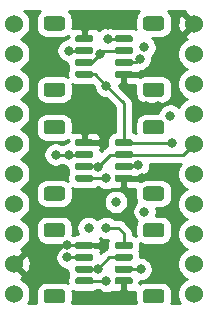
<source format=gbr>
%TF.GenerationSoftware,KiCad,Pcbnew,(5.1.9-0-10_14)*%
%TF.CreationDate,2022-01-13T23:21:40+01:00*%
%TF.ProjectId,tinypico_shield,74696e79-7069-4636-9f5f-736869656c64,rev?*%
%TF.SameCoordinates,Original*%
%TF.FileFunction,Copper,L4,Bot*%
%TF.FilePolarity,Positive*%
%FSLAX46Y46*%
G04 Gerber Fmt 4.6, Leading zero omitted, Abs format (unit mm)*
G04 Created by KiCad (PCBNEW (5.1.9-0-10_14)) date 2022-01-13 23:21:40*
%MOMM*%
%LPD*%
G01*
G04 APERTURE LIST*
%TA.AperFunction,ComponentPad*%
%ADD10C,1.524000*%
%TD*%
%TA.AperFunction,ViaPad*%
%ADD11C,0.800000*%
%TD*%
%TA.AperFunction,Conductor*%
%ADD12C,0.250000*%
%TD*%
%TA.AperFunction,Conductor*%
%ADD13C,0.254000*%
%TD*%
%TA.AperFunction,Conductor*%
%ADD14C,0.100000*%
%TD*%
G04 APERTURE END LIST*
D10*
%TO.P,J7,20*%
%TO.N,GND*%
X16620000Y-7745000D03*
%TO.P,J7,19*%
%TO.N,Net-(J7-Pad19)*%
X16620000Y-10285000D03*
%TO.P,J7,18*%
%TO.N,Net-(J7-Pad18)*%
X16620000Y-12825000D03*
%TO.P,J7,17*%
%TO.N,Net-(J7-Pad17)*%
X16620000Y-15365000D03*
%TO.P,J7,16*%
%TO.N,SDA*%
X16620000Y-17905000D03*
%TO.P,J7,15*%
%TO.N,SCL*%
X16620000Y-20445000D03*
%TO.P,J7,14*%
%TO.N,Net-(J7-Pad14)*%
X16620000Y-22985000D03*
%TO.P,J7,13*%
%TO.N,Net-(J7-Pad13)*%
X16620000Y-25525000D03*
%TO.P,J7,12*%
%TO.N,Net-(J7-Pad12)*%
X16620000Y-28065000D03*
%TO.P,J7,11*%
%TO.N,Net-(J7-Pad11)*%
X16620000Y-30605000D03*
%TO.P,J7,10*%
%TO.N,Net-(C2-Pad1)*%
X1380000Y-30605000D03*
%TO.P,J7,9*%
%TO.N,GND*%
X1380000Y-28065000D03*
%TO.P,J7,8*%
%TO.N,Net-(J7-Pad8)*%
X1380000Y-25525000D03*
%TO.P,J7,7*%
%TO.N,Net-(J7-Pad7)*%
X1380000Y-22985000D03*
%TO.P,J7,6*%
%TO.N,Net-(J7-Pad6)*%
X1380000Y-20445000D03*
%TO.P,J7,5*%
%TO.N,Net-(J7-Pad5)*%
X1380000Y-17905000D03*
%TO.P,J7,4*%
%TO.N,Net-(J7-Pad4)*%
X1380000Y-15365000D03*
%TO.P,J7,3*%
%TO.N,Net-(J7-Pad3)*%
X1380000Y-12825000D03*
%TO.P,J7,2*%
%TO.N,Net-(J7-Pad2)*%
X1380000Y-10285000D03*
%TO.P,J7,1*%
%TO.N,Net-(J7-Pad1)*%
X1380000Y-7745000D03*
%TD*%
%TO.P,J6,MP*%
%TO.N,N/C*%
%TA.AperFunction,SMDPad,CuDef*%
G36*
G01*
X4149999Y-30200000D02*
X5450001Y-30200000D01*
G75*
G02*
X5700000Y-30449999I0J-249999D01*
G01*
X5700000Y-31150001D01*
G75*
G02*
X5450001Y-31400000I-249999J0D01*
G01*
X4149999Y-31400000D01*
G75*
G02*
X3900000Y-31150001I0J249999D01*
G01*
X3900000Y-30449999D01*
G75*
G02*
X4149999Y-30200000I249999J0D01*
G01*
G37*
%TD.AperFunction*%
%TA.AperFunction,SMDPad,CuDef*%
G36*
G01*
X4149999Y-24600000D02*
X5450001Y-24600000D01*
G75*
G02*
X5700000Y-24849999I0J-249999D01*
G01*
X5700000Y-25550001D01*
G75*
G02*
X5450001Y-25800000I-249999J0D01*
G01*
X4149999Y-25800000D01*
G75*
G02*
X3900000Y-25550001I0J249999D01*
G01*
X3900000Y-24849999D01*
G75*
G02*
X4149999Y-24600000I249999J0D01*
G01*
G37*
%TD.AperFunction*%
%TO.P,J6,4*%
%TO.N,SCL*%
%TA.AperFunction,SMDPad,CuDef*%
G36*
G01*
X6700000Y-29200000D02*
X7950000Y-29200000D01*
G75*
G02*
X8100000Y-29350000I0J-150000D01*
G01*
X8100000Y-29650000D01*
G75*
G02*
X7950000Y-29800000I-150000J0D01*
G01*
X6700000Y-29800000D01*
G75*
G02*
X6550000Y-29650000I0J150000D01*
G01*
X6550000Y-29350000D01*
G75*
G02*
X6700000Y-29200000I150000J0D01*
G01*
G37*
%TD.AperFunction*%
%TO.P,J6,3*%
%TO.N,SDA*%
%TA.AperFunction,SMDPad,CuDef*%
G36*
G01*
X6700000Y-28200000D02*
X7950000Y-28200000D01*
G75*
G02*
X8100000Y-28350000I0J-150000D01*
G01*
X8100000Y-28650000D01*
G75*
G02*
X7950000Y-28800000I-150000J0D01*
G01*
X6700000Y-28800000D01*
G75*
G02*
X6550000Y-28650000I0J150000D01*
G01*
X6550000Y-28350000D01*
G75*
G02*
X6700000Y-28200000I150000J0D01*
G01*
G37*
%TD.AperFunction*%
%TO.P,J6,2*%
%TO.N,VCC*%
%TA.AperFunction,SMDPad,CuDef*%
G36*
G01*
X6700000Y-27200000D02*
X7950000Y-27200000D01*
G75*
G02*
X8100000Y-27350000I0J-150000D01*
G01*
X8100000Y-27650000D01*
G75*
G02*
X7950000Y-27800000I-150000J0D01*
G01*
X6700000Y-27800000D01*
G75*
G02*
X6550000Y-27650000I0J150000D01*
G01*
X6550000Y-27350000D01*
G75*
G02*
X6700000Y-27200000I150000J0D01*
G01*
G37*
%TD.AperFunction*%
%TO.P,J6,1*%
%TO.N,GND*%
%TA.AperFunction,SMDPad,CuDef*%
G36*
G01*
X6700000Y-26200000D02*
X7950000Y-26200000D01*
G75*
G02*
X8100000Y-26350000I0J-150000D01*
G01*
X8100000Y-26650000D01*
G75*
G02*
X7950000Y-26800000I-150000J0D01*
G01*
X6700000Y-26800000D01*
G75*
G02*
X6550000Y-26650000I0J150000D01*
G01*
X6550000Y-26350000D01*
G75*
G02*
X6700000Y-26200000I150000J0D01*
G01*
G37*
%TD.AperFunction*%
%TD*%
%TO.P,J5,MP*%
%TO.N,N/C*%
%TA.AperFunction,SMDPad,CuDef*%
G36*
G01*
X13850001Y-25800000D02*
X12549999Y-25800000D01*
G75*
G02*
X12300000Y-25550001I0J249999D01*
G01*
X12300000Y-24849999D01*
G75*
G02*
X12549999Y-24600000I249999J0D01*
G01*
X13850001Y-24600000D01*
G75*
G02*
X14100000Y-24849999I0J-249999D01*
G01*
X14100000Y-25550001D01*
G75*
G02*
X13850001Y-25800000I-249999J0D01*
G01*
G37*
%TD.AperFunction*%
%TA.AperFunction,SMDPad,CuDef*%
G36*
G01*
X13850001Y-31400000D02*
X12549999Y-31400000D01*
G75*
G02*
X12300000Y-31150001I0J249999D01*
G01*
X12300000Y-30449999D01*
G75*
G02*
X12549999Y-30200000I249999J0D01*
G01*
X13850001Y-30200000D01*
G75*
G02*
X14100000Y-30449999I0J-249999D01*
G01*
X14100000Y-31150001D01*
G75*
G02*
X13850001Y-31400000I-249999J0D01*
G01*
G37*
%TD.AperFunction*%
%TO.P,J5,4*%
%TO.N,SCL*%
%TA.AperFunction,SMDPad,CuDef*%
G36*
G01*
X11300000Y-26800000D02*
X10050000Y-26800000D01*
G75*
G02*
X9900000Y-26650000I0J150000D01*
G01*
X9900000Y-26350000D01*
G75*
G02*
X10050000Y-26200000I150000J0D01*
G01*
X11300000Y-26200000D01*
G75*
G02*
X11450000Y-26350000I0J-150000D01*
G01*
X11450000Y-26650000D01*
G75*
G02*
X11300000Y-26800000I-150000J0D01*
G01*
G37*
%TD.AperFunction*%
%TO.P,J5,3*%
%TO.N,SDA*%
%TA.AperFunction,SMDPad,CuDef*%
G36*
G01*
X11300000Y-27800000D02*
X10050000Y-27800000D01*
G75*
G02*
X9900000Y-27650000I0J150000D01*
G01*
X9900000Y-27350000D01*
G75*
G02*
X10050000Y-27200000I150000J0D01*
G01*
X11300000Y-27200000D01*
G75*
G02*
X11450000Y-27350000I0J-150000D01*
G01*
X11450000Y-27650000D01*
G75*
G02*
X11300000Y-27800000I-150000J0D01*
G01*
G37*
%TD.AperFunction*%
%TO.P,J5,2*%
%TO.N,VCC*%
%TA.AperFunction,SMDPad,CuDef*%
G36*
G01*
X11300000Y-28800000D02*
X10050000Y-28800000D01*
G75*
G02*
X9900000Y-28650000I0J150000D01*
G01*
X9900000Y-28350000D01*
G75*
G02*
X10050000Y-28200000I150000J0D01*
G01*
X11300000Y-28200000D01*
G75*
G02*
X11450000Y-28350000I0J-150000D01*
G01*
X11450000Y-28650000D01*
G75*
G02*
X11300000Y-28800000I-150000J0D01*
G01*
G37*
%TD.AperFunction*%
%TO.P,J5,1*%
%TO.N,GND*%
%TA.AperFunction,SMDPad,CuDef*%
G36*
G01*
X11300000Y-29800000D02*
X10050000Y-29800000D01*
G75*
G02*
X9900000Y-29650000I0J150000D01*
G01*
X9900000Y-29350000D01*
G75*
G02*
X10050000Y-29200000I150000J0D01*
G01*
X11300000Y-29200000D01*
G75*
G02*
X11450000Y-29350000I0J-150000D01*
G01*
X11450000Y-29650000D01*
G75*
G02*
X11300000Y-29800000I-150000J0D01*
G01*
G37*
%TD.AperFunction*%
%TD*%
%TO.P,J4,MP*%
%TO.N,N/C*%
%TA.AperFunction,SMDPad,CuDef*%
G36*
G01*
X4149999Y-21500000D02*
X5450001Y-21500000D01*
G75*
G02*
X5700000Y-21749999I0J-249999D01*
G01*
X5700000Y-22450001D01*
G75*
G02*
X5450001Y-22700000I-249999J0D01*
G01*
X4149999Y-22700000D01*
G75*
G02*
X3900000Y-22450001I0J249999D01*
G01*
X3900000Y-21749999D01*
G75*
G02*
X4149999Y-21500000I249999J0D01*
G01*
G37*
%TD.AperFunction*%
%TA.AperFunction,SMDPad,CuDef*%
G36*
G01*
X4149999Y-15900000D02*
X5450001Y-15900000D01*
G75*
G02*
X5700000Y-16149999I0J-249999D01*
G01*
X5700000Y-16850001D01*
G75*
G02*
X5450001Y-17100000I-249999J0D01*
G01*
X4149999Y-17100000D01*
G75*
G02*
X3900000Y-16850001I0J249999D01*
G01*
X3900000Y-16149999D01*
G75*
G02*
X4149999Y-15900000I249999J0D01*
G01*
G37*
%TD.AperFunction*%
%TO.P,J4,4*%
%TO.N,SCL*%
%TA.AperFunction,SMDPad,CuDef*%
G36*
G01*
X6700000Y-20500000D02*
X7950000Y-20500000D01*
G75*
G02*
X8100000Y-20650000I0J-150000D01*
G01*
X8100000Y-20950000D01*
G75*
G02*
X7950000Y-21100000I-150000J0D01*
G01*
X6700000Y-21100000D01*
G75*
G02*
X6550000Y-20950000I0J150000D01*
G01*
X6550000Y-20650000D01*
G75*
G02*
X6700000Y-20500000I150000J0D01*
G01*
G37*
%TD.AperFunction*%
%TO.P,J4,3*%
%TO.N,SDA*%
%TA.AperFunction,SMDPad,CuDef*%
G36*
G01*
X6700000Y-19500000D02*
X7950000Y-19500000D01*
G75*
G02*
X8100000Y-19650000I0J-150000D01*
G01*
X8100000Y-19950000D01*
G75*
G02*
X7950000Y-20100000I-150000J0D01*
G01*
X6700000Y-20100000D01*
G75*
G02*
X6550000Y-19950000I0J150000D01*
G01*
X6550000Y-19650000D01*
G75*
G02*
X6700000Y-19500000I150000J0D01*
G01*
G37*
%TD.AperFunction*%
%TO.P,J4,2*%
%TO.N,VCC*%
%TA.AperFunction,SMDPad,CuDef*%
G36*
G01*
X6700000Y-18500000D02*
X7950000Y-18500000D01*
G75*
G02*
X8100000Y-18650000I0J-150000D01*
G01*
X8100000Y-18950000D01*
G75*
G02*
X7950000Y-19100000I-150000J0D01*
G01*
X6700000Y-19100000D01*
G75*
G02*
X6550000Y-18950000I0J150000D01*
G01*
X6550000Y-18650000D01*
G75*
G02*
X6700000Y-18500000I150000J0D01*
G01*
G37*
%TD.AperFunction*%
%TO.P,J4,1*%
%TO.N,GND*%
%TA.AperFunction,SMDPad,CuDef*%
G36*
G01*
X6700000Y-17500000D02*
X7950000Y-17500000D01*
G75*
G02*
X8100000Y-17650000I0J-150000D01*
G01*
X8100000Y-17950000D01*
G75*
G02*
X7950000Y-18100000I-150000J0D01*
G01*
X6700000Y-18100000D01*
G75*
G02*
X6550000Y-17950000I0J150000D01*
G01*
X6550000Y-17650000D01*
G75*
G02*
X6700000Y-17500000I150000J0D01*
G01*
G37*
%TD.AperFunction*%
%TD*%
%TO.P,J3,MP*%
%TO.N,N/C*%
%TA.AperFunction,SMDPad,CuDef*%
G36*
G01*
X13850001Y-17100000D02*
X12549999Y-17100000D01*
G75*
G02*
X12300000Y-16850001I0J249999D01*
G01*
X12300000Y-16149999D01*
G75*
G02*
X12549999Y-15900000I249999J0D01*
G01*
X13850001Y-15900000D01*
G75*
G02*
X14100000Y-16149999I0J-249999D01*
G01*
X14100000Y-16850001D01*
G75*
G02*
X13850001Y-17100000I-249999J0D01*
G01*
G37*
%TD.AperFunction*%
%TA.AperFunction,SMDPad,CuDef*%
G36*
G01*
X13850001Y-22700000D02*
X12549999Y-22700000D01*
G75*
G02*
X12300000Y-22450001I0J249999D01*
G01*
X12300000Y-21749999D01*
G75*
G02*
X12549999Y-21500000I249999J0D01*
G01*
X13850001Y-21500000D01*
G75*
G02*
X14100000Y-21749999I0J-249999D01*
G01*
X14100000Y-22450001D01*
G75*
G02*
X13850001Y-22700000I-249999J0D01*
G01*
G37*
%TD.AperFunction*%
%TO.P,J3,4*%
%TO.N,SCL*%
%TA.AperFunction,SMDPad,CuDef*%
G36*
G01*
X11300000Y-18100000D02*
X10050000Y-18100000D01*
G75*
G02*
X9900000Y-17950000I0J150000D01*
G01*
X9900000Y-17650000D01*
G75*
G02*
X10050000Y-17500000I150000J0D01*
G01*
X11300000Y-17500000D01*
G75*
G02*
X11450000Y-17650000I0J-150000D01*
G01*
X11450000Y-17950000D01*
G75*
G02*
X11300000Y-18100000I-150000J0D01*
G01*
G37*
%TD.AperFunction*%
%TO.P,J3,3*%
%TO.N,SDA*%
%TA.AperFunction,SMDPad,CuDef*%
G36*
G01*
X11300000Y-19100000D02*
X10050000Y-19100000D01*
G75*
G02*
X9900000Y-18950000I0J150000D01*
G01*
X9900000Y-18650000D01*
G75*
G02*
X10050000Y-18500000I150000J0D01*
G01*
X11300000Y-18500000D01*
G75*
G02*
X11450000Y-18650000I0J-150000D01*
G01*
X11450000Y-18950000D01*
G75*
G02*
X11300000Y-19100000I-150000J0D01*
G01*
G37*
%TD.AperFunction*%
%TO.P,J3,2*%
%TO.N,VCC*%
%TA.AperFunction,SMDPad,CuDef*%
G36*
G01*
X11300000Y-20100000D02*
X10050000Y-20100000D01*
G75*
G02*
X9900000Y-19950000I0J150000D01*
G01*
X9900000Y-19650000D01*
G75*
G02*
X10050000Y-19500000I150000J0D01*
G01*
X11300000Y-19500000D01*
G75*
G02*
X11450000Y-19650000I0J-150000D01*
G01*
X11450000Y-19950000D01*
G75*
G02*
X11300000Y-20100000I-150000J0D01*
G01*
G37*
%TD.AperFunction*%
%TO.P,J3,1*%
%TO.N,GND*%
%TA.AperFunction,SMDPad,CuDef*%
G36*
G01*
X11300000Y-21100000D02*
X10050000Y-21100000D01*
G75*
G02*
X9900000Y-20950000I0J150000D01*
G01*
X9900000Y-20650000D01*
G75*
G02*
X10050000Y-20500000I150000J0D01*
G01*
X11300000Y-20500000D01*
G75*
G02*
X11450000Y-20650000I0J-150000D01*
G01*
X11450000Y-20950000D01*
G75*
G02*
X11300000Y-21100000I-150000J0D01*
G01*
G37*
%TD.AperFunction*%
%TD*%
%TO.P,J2,MP*%
%TO.N,N/C*%
%TA.AperFunction,SMDPad,CuDef*%
G36*
G01*
X13850001Y-8300000D02*
X12549999Y-8300000D01*
G75*
G02*
X12300000Y-8050001I0J249999D01*
G01*
X12300000Y-7349999D01*
G75*
G02*
X12549999Y-7100000I249999J0D01*
G01*
X13850001Y-7100000D01*
G75*
G02*
X14100000Y-7349999I0J-249999D01*
G01*
X14100000Y-8050001D01*
G75*
G02*
X13850001Y-8300000I-249999J0D01*
G01*
G37*
%TD.AperFunction*%
%TA.AperFunction,SMDPad,CuDef*%
G36*
G01*
X13850001Y-13900000D02*
X12549999Y-13900000D01*
G75*
G02*
X12300000Y-13650001I0J249999D01*
G01*
X12300000Y-12949999D01*
G75*
G02*
X12549999Y-12700000I249999J0D01*
G01*
X13850001Y-12700000D01*
G75*
G02*
X14100000Y-12949999I0J-249999D01*
G01*
X14100000Y-13650001D01*
G75*
G02*
X13850001Y-13900000I-249999J0D01*
G01*
G37*
%TD.AperFunction*%
%TO.P,J2,4*%
%TO.N,SCL*%
%TA.AperFunction,SMDPad,CuDef*%
G36*
G01*
X11300000Y-9300000D02*
X10050000Y-9300000D01*
G75*
G02*
X9900000Y-9150000I0J150000D01*
G01*
X9900000Y-8850000D01*
G75*
G02*
X10050000Y-8700000I150000J0D01*
G01*
X11300000Y-8700000D01*
G75*
G02*
X11450000Y-8850000I0J-150000D01*
G01*
X11450000Y-9150000D01*
G75*
G02*
X11300000Y-9300000I-150000J0D01*
G01*
G37*
%TD.AperFunction*%
%TO.P,J2,3*%
%TO.N,SDA*%
%TA.AperFunction,SMDPad,CuDef*%
G36*
G01*
X11300000Y-10300000D02*
X10050000Y-10300000D01*
G75*
G02*
X9900000Y-10150000I0J150000D01*
G01*
X9900000Y-9850000D01*
G75*
G02*
X10050000Y-9700000I150000J0D01*
G01*
X11300000Y-9700000D01*
G75*
G02*
X11450000Y-9850000I0J-150000D01*
G01*
X11450000Y-10150000D01*
G75*
G02*
X11300000Y-10300000I-150000J0D01*
G01*
G37*
%TD.AperFunction*%
%TO.P,J2,2*%
%TO.N,VCC*%
%TA.AperFunction,SMDPad,CuDef*%
G36*
G01*
X11300000Y-11300000D02*
X10050000Y-11300000D01*
G75*
G02*
X9900000Y-11150000I0J150000D01*
G01*
X9900000Y-10850000D01*
G75*
G02*
X10050000Y-10700000I150000J0D01*
G01*
X11300000Y-10700000D01*
G75*
G02*
X11450000Y-10850000I0J-150000D01*
G01*
X11450000Y-11150000D01*
G75*
G02*
X11300000Y-11300000I-150000J0D01*
G01*
G37*
%TD.AperFunction*%
%TO.P,J2,1*%
%TO.N,GND*%
%TA.AperFunction,SMDPad,CuDef*%
G36*
G01*
X11300000Y-12300000D02*
X10050000Y-12300000D01*
G75*
G02*
X9900000Y-12150000I0J150000D01*
G01*
X9900000Y-11850000D01*
G75*
G02*
X10050000Y-11700000I150000J0D01*
G01*
X11300000Y-11700000D01*
G75*
G02*
X11450000Y-11850000I0J-150000D01*
G01*
X11450000Y-12150000D01*
G75*
G02*
X11300000Y-12300000I-150000J0D01*
G01*
G37*
%TD.AperFunction*%
%TD*%
%TO.P,J1,MP*%
%TO.N,N/C*%
%TA.AperFunction,SMDPad,CuDef*%
G36*
G01*
X4149999Y-12700000D02*
X5450001Y-12700000D01*
G75*
G02*
X5700000Y-12949999I0J-249999D01*
G01*
X5700000Y-13650001D01*
G75*
G02*
X5450001Y-13900000I-249999J0D01*
G01*
X4149999Y-13900000D01*
G75*
G02*
X3900000Y-13650001I0J249999D01*
G01*
X3900000Y-12949999D01*
G75*
G02*
X4149999Y-12700000I249999J0D01*
G01*
G37*
%TD.AperFunction*%
%TA.AperFunction,SMDPad,CuDef*%
G36*
G01*
X4149999Y-7100000D02*
X5450001Y-7100000D01*
G75*
G02*
X5700000Y-7349999I0J-249999D01*
G01*
X5700000Y-8050001D01*
G75*
G02*
X5450001Y-8300000I-249999J0D01*
G01*
X4149999Y-8300000D01*
G75*
G02*
X3900000Y-8050001I0J249999D01*
G01*
X3900000Y-7349999D01*
G75*
G02*
X4149999Y-7100000I249999J0D01*
G01*
G37*
%TD.AperFunction*%
%TO.P,J1,4*%
%TO.N,SCL*%
%TA.AperFunction,SMDPad,CuDef*%
G36*
G01*
X6700000Y-11700000D02*
X7950000Y-11700000D01*
G75*
G02*
X8100000Y-11850000I0J-150000D01*
G01*
X8100000Y-12150000D01*
G75*
G02*
X7950000Y-12300000I-150000J0D01*
G01*
X6700000Y-12300000D01*
G75*
G02*
X6550000Y-12150000I0J150000D01*
G01*
X6550000Y-11850000D01*
G75*
G02*
X6700000Y-11700000I150000J0D01*
G01*
G37*
%TD.AperFunction*%
%TO.P,J1,3*%
%TO.N,SDA*%
%TA.AperFunction,SMDPad,CuDef*%
G36*
G01*
X6700000Y-10700000D02*
X7950000Y-10700000D01*
G75*
G02*
X8100000Y-10850000I0J-150000D01*
G01*
X8100000Y-11150000D01*
G75*
G02*
X7950000Y-11300000I-150000J0D01*
G01*
X6700000Y-11300000D01*
G75*
G02*
X6550000Y-11150000I0J150000D01*
G01*
X6550000Y-10850000D01*
G75*
G02*
X6700000Y-10700000I150000J0D01*
G01*
G37*
%TD.AperFunction*%
%TO.P,J1,2*%
%TO.N,VCC*%
%TA.AperFunction,SMDPad,CuDef*%
G36*
G01*
X6700000Y-9700000D02*
X7950000Y-9700000D01*
G75*
G02*
X8100000Y-9850000I0J-150000D01*
G01*
X8100000Y-10150000D01*
G75*
G02*
X7950000Y-10300000I-150000J0D01*
G01*
X6700000Y-10300000D01*
G75*
G02*
X6550000Y-10150000I0J150000D01*
G01*
X6550000Y-9850000D01*
G75*
G02*
X6700000Y-9700000I150000J0D01*
G01*
G37*
%TD.AperFunction*%
%TO.P,J1,1*%
%TO.N,GND*%
%TA.AperFunction,SMDPad,CuDef*%
G36*
G01*
X6700000Y-8700000D02*
X7950000Y-8700000D01*
G75*
G02*
X8100000Y-8850000I0J-150000D01*
G01*
X8100000Y-9150000D01*
G75*
G02*
X7950000Y-9300000I-150000J0D01*
G01*
X6700000Y-9300000D01*
G75*
G02*
X6550000Y-9150000I0J150000D01*
G01*
X6550000Y-8850000D01*
G75*
G02*
X6700000Y-8700000I150000J0D01*
G01*
G37*
%TD.AperFunction*%
%TD*%
D11*
%TO.N,GND*%
X4500000Y-20500000D03*
X6600000Y-23000000D03*
X7900000Y-7800000D03*
X9300000Y-7800000D03*
X10500000Y-7800000D03*
X10500000Y-30900000D03*
X5900000Y-26500000D03*
X13600000Y-10700000D03*
X12600000Y-14700000D03*
X13600000Y-14700000D03*
X12200000Y-20800000D03*
%TO.N,SCL*%
X9200000Y-29500000D03*
X9300000Y-9000000D03*
X9200000Y-13000000D03*
X9200000Y-25000000D03*
X9200000Y-20800000D03*
X14800000Y-17800000D03*
%TO.N,SDA*%
X8474990Y-28456599D03*
X8687340Y-10287340D03*
X8474990Y-19825010D03*
%TO.N,VCC*%
X6000000Y-10000000D03*
X6000000Y-18800000D03*
X12422969Y-23625237D03*
X5900000Y-27500000D03*
X12100000Y-28500000D03*
X12414146Y-9718947D03*
X11900000Y-19674990D03*
X10000000Y-22800000D03*
X7700000Y-25000000D03*
X12020501Y-10707480D03*
X4900000Y-18800000D03*
X14600000Y-15500000D03*
%TD*%
D12*
%TO.N,GND*%
X7325000Y-8375000D02*
X7900000Y-7800000D01*
X7325000Y-9000000D02*
X7325000Y-8375000D01*
X10675000Y-30725000D02*
X10500000Y-30900000D01*
X10675000Y-29500000D02*
X10675000Y-30725000D01*
X7325000Y-26500000D02*
X5900000Y-26500000D01*
X12600000Y-14700000D02*
X13600000Y-14700000D01*
%TO.N,SCL*%
X7325000Y-29500000D02*
X9200000Y-29500000D01*
X10675000Y-9000000D02*
X9300000Y-9000000D01*
X8200000Y-12000000D02*
X9200000Y-13000000D01*
X7325000Y-12000000D02*
X8200000Y-12000000D01*
X10675000Y-26500000D02*
X10675000Y-26475000D01*
X10675000Y-26500000D02*
X10675000Y-25475000D01*
X10200000Y-25000000D02*
X9200000Y-25000000D01*
X10675000Y-25475000D02*
X10200000Y-25000000D01*
X7325000Y-20800000D02*
X9200000Y-20800000D01*
X10675000Y-14475000D02*
X9200000Y-13000000D01*
X10675000Y-17800000D02*
X10675000Y-14475000D01*
X14800000Y-17800000D02*
X10675000Y-17800000D01*
%TO.N,SDA*%
X8431589Y-28500000D02*
X8474990Y-28456599D01*
X7325000Y-28500000D02*
X8431589Y-28500000D01*
X8974680Y-10000000D02*
X8687340Y-10287340D01*
X10675000Y-10000000D02*
X8974680Y-10000000D01*
X7974680Y-11000000D02*
X8687340Y-10287340D01*
X7325000Y-11000000D02*
X7974680Y-11000000D01*
X9431589Y-27500000D02*
X8474990Y-28456599D01*
X10675000Y-27500000D02*
X9431589Y-27500000D01*
X7325000Y-19800000D02*
X8474990Y-19800000D01*
X9500000Y-18800000D02*
X8474990Y-19825010D01*
X10675000Y-18800000D02*
X9500000Y-18800000D01*
X16620000Y-17905000D02*
X15725000Y-18800000D01*
X15725000Y-18800000D02*
X10675000Y-18800000D01*
%TO.N,VCC*%
X7325000Y-10000000D02*
X6000000Y-10000000D01*
X7325000Y-18800000D02*
X6000000Y-18800000D01*
X7325000Y-27500000D02*
X5900000Y-27500000D01*
X10675000Y-28500000D02*
X12100000Y-28500000D01*
X10675000Y-19800000D02*
X11774990Y-19800000D01*
X11774990Y-19800000D02*
X11900000Y-19674990D01*
X11727981Y-11000000D02*
X12020501Y-10707480D01*
X10675000Y-11000000D02*
X11727981Y-11000000D01*
X4900000Y-18800000D02*
X6000000Y-18800000D01*
%TD*%
D13*
%TO.N,GND*%
X10822000Y-29627000D02*
X10802000Y-29627000D01*
X10802000Y-30276250D01*
X10960750Y-30435000D01*
X11450000Y-30438072D01*
X11574482Y-30425812D01*
X11667077Y-30397724D01*
X11661928Y-30449999D01*
X11661928Y-31150001D01*
X11678992Y-31323255D01*
X11684072Y-31340000D01*
X6315928Y-31340000D01*
X6321008Y-31323255D01*
X6338072Y-31150001D01*
X6338072Y-30449999D01*
X6327242Y-30340039D01*
X6398418Y-30378084D01*
X6546255Y-30422929D01*
X6700000Y-30438072D01*
X7950000Y-30438072D01*
X8103745Y-30422929D01*
X8251582Y-30378084D01*
X8387829Y-30305258D01*
X8442976Y-30260000D01*
X8496289Y-30260000D01*
X8540226Y-30303937D01*
X8709744Y-30417205D01*
X8898102Y-30495226D01*
X9098061Y-30535000D01*
X9301939Y-30535000D01*
X9501898Y-30495226D01*
X9690256Y-30417205D01*
X9708019Y-30405336D01*
X9775518Y-30425812D01*
X9900000Y-30438072D01*
X10389250Y-30435000D01*
X10548000Y-30276250D01*
X10548000Y-29627000D01*
X10528000Y-29627000D01*
X10528000Y-29438072D01*
X10822000Y-29438072D01*
X10822000Y-29627000D01*
%TA.AperFunction,Conductor*%
D14*
G36*
X10822000Y-29627000D02*
G01*
X10802000Y-29627000D01*
X10802000Y-30276250D01*
X10960750Y-30435000D01*
X11450000Y-30438072D01*
X11574482Y-30425812D01*
X11667077Y-30397724D01*
X11661928Y-30449999D01*
X11661928Y-31150001D01*
X11678992Y-31323255D01*
X11684072Y-31340000D01*
X6315928Y-31340000D01*
X6321008Y-31323255D01*
X6338072Y-31150001D01*
X6338072Y-30449999D01*
X6327242Y-30340039D01*
X6398418Y-30378084D01*
X6546255Y-30422929D01*
X6700000Y-30438072D01*
X7950000Y-30438072D01*
X8103745Y-30422929D01*
X8251582Y-30378084D01*
X8387829Y-30305258D01*
X8442976Y-30260000D01*
X8496289Y-30260000D01*
X8540226Y-30303937D01*
X8709744Y-30417205D01*
X8898102Y-30495226D01*
X9098061Y-30535000D01*
X9301939Y-30535000D01*
X9501898Y-30495226D01*
X9690256Y-30417205D01*
X9708019Y-30405336D01*
X9775518Y-30425812D01*
X9900000Y-30438072D01*
X10389250Y-30435000D01*
X10548000Y-30276250D01*
X10548000Y-29627000D01*
X10528000Y-29627000D01*
X10528000Y-29438072D01*
X10822000Y-29438072D01*
X10822000Y-29627000D01*
G37*
%TD.AperFunction*%
D13*
X3522038Y-6722038D02*
X3411595Y-6856613D01*
X3329528Y-7010149D01*
X3278992Y-7176745D01*
X3261928Y-7349999D01*
X3261928Y-8050001D01*
X3278992Y-8223255D01*
X3329528Y-8389851D01*
X3411595Y-8543387D01*
X3522038Y-8677962D01*
X3656613Y-8788405D01*
X3810149Y-8870472D01*
X3976745Y-8921008D01*
X4149999Y-8938072D01*
X5450001Y-8938072D01*
X5623255Y-8921008D01*
X5789851Y-8870472D01*
X5943387Y-8788405D01*
X5968525Y-8767775D01*
X6073748Y-8872998D01*
X5915000Y-8872998D01*
X5915000Y-8965000D01*
X5898061Y-8965000D01*
X5698102Y-9004774D01*
X5509744Y-9082795D01*
X5340226Y-9196063D01*
X5196063Y-9340226D01*
X5082795Y-9509744D01*
X5004774Y-9698102D01*
X4965000Y-9898061D01*
X4965000Y-10101939D01*
X5004774Y-10301898D01*
X5082795Y-10490256D01*
X5196063Y-10659774D01*
X5340226Y-10803937D01*
X5509744Y-10917205D01*
X5698102Y-10995226D01*
X5898061Y-11035000D01*
X5911928Y-11035000D01*
X5911928Y-11150000D01*
X5927071Y-11303745D01*
X5971916Y-11451582D01*
X5997796Y-11500000D01*
X5971916Y-11548418D01*
X5927071Y-11696255D01*
X5911928Y-11850000D01*
X5911928Y-12150000D01*
X5916584Y-12197268D01*
X5789851Y-12129528D01*
X5623255Y-12078992D01*
X5450001Y-12061928D01*
X4149999Y-12061928D01*
X3976745Y-12078992D01*
X3810149Y-12129528D01*
X3656613Y-12211595D01*
X3522038Y-12322038D01*
X3411595Y-12456613D01*
X3329528Y-12610149D01*
X3278992Y-12776745D01*
X3261928Y-12949999D01*
X3261928Y-13650001D01*
X3278992Y-13823255D01*
X3329528Y-13989851D01*
X3411595Y-14143387D01*
X3522038Y-14277962D01*
X3656613Y-14388405D01*
X3810149Y-14470472D01*
X3976745Y-14521008D01*
X4149999Y-14538072D01*
X5450001Y-14538072D01*
X5623255Y-14521008D01*
X5789851Y-14470472D01*
X5943387Y-14388405D01*
X6077962Y-14277962D01*
X6188405Y-14143387D01*
X6270472Y-13989851D01*
X6321008Y-13823255D01*
X6338072Y-13650001D01*
X6338072Y-12949999D01*
X6327242Y-12840039D01*
X6398418Y-12878084D01*
X6546255Y-12922929D01*
X6700000Y-12938072D01*
X7950000Y-12938072D01*
X8053114Y-12927916D01*
X8165000Y-13039802D01*
X8165000Y-13101939D01*
X8204774Y-13301898D01*
X8282795Y-13490256D01*
X8396063Y-13659774D01*
X8540226Y-13803937D01*
X8709744Y-13917205D01*
X8898102Y-13995226D01*
X9098061Y-14035000D01*
X9160199Y-14035000D01*
X9915001Y-14789803D01*
X9915000Y-16875225D01*
X9896255Y-16877071D01*
X9748418Y-16921916D01*
X9612171Y-16994742D01*
X9492749Y-17092749D01*
X9394742Y-17212171D01*
X9321916Y-17348418D01*
X9277071Y-17496255D01*
X9261928Y-17650000D01*
X9261928Y-17950000D01*
X9274171Y-18074307D01*
X9236447Y-18085750D01*
X9207753Y-18094454D01*
X9075723Y-18165026D01*
X8992083Y-18233668D01*
X8959999Y-18259999D01*
X8936201Y-18288997D01*
X8723468Y-18501730D01*
X8722929Y-18496255D01*
X8681398Y-18359342D01*
X8689502Y-18344180D01*
X8725812Y-18224482D01*
X8738072Y-18100000D01*
X8735000Y-18085750D01*
X8576250Y-17927000D01*
X8261093Y-17927000D01*
X8251582Y-17921916D01*
X8103745Y-17877071D01*
X7950000Y-17861928D01*
X7178000Y-17861928D01*
X7178000Y-17673000D01*
X7198000Y-17673000D01*
X7198000Y-17023750D01*
X7452000Y-17023750D01*
X7452000Y-17673000D01*
X8576250Y-17673000D01*
X8735000Y-17514250D01*
X8738072Y-17500000D01*
X8725812Y-17375518D01*
X8689502Y-17255820D01*
X8630537Y-17145506D01*
X8551185Y-17048815D01*
X8454494Y-16969463D01*
X8344180Y-16910498D01*
X8224482Y-16874188D01*
X8100000Y-16861928D01*
X7610750Y-16865000D01*
X7452000Y-17023750D01*
X7198000Y-17023750D01*
X7039250Y-16865000D01*
X6550000Y-16861928D01*
X6425518Y-16874188D01*
X6332923Y-16902276D01*
X6338072Y-16850001D01*
X6338072Y-16149999D01*
X6321008Y-15976745D01*
X6270472Y-15810149D01*
X6188405Y-15656613D01*
X6077962Y-15522038D01*
X5943387Y-15411595D01*
X5789851Y-15329528D01*
X5623255Y-15278992D01*
X5450001Y-15261928D01*
X4149999Y-15261928D01*
X3976745Y-15278992D01*
X3810149Y-15329528D01*
X3656613Y-15411595D01*
X3522038Y-15522038D01*
X3411595Y-15656613D01*
X3329528Y-15810149D01*
X3278992Y-15976745D01*
X3261928Y-16149999D01*
X3261928Y-16850001D01*
X3278992Y-17023255D01*
X3329528Y-17189851D01*
X3411595Y-17343387D01*
X3522038Y-17477962D01*
X3656613Y-17588405D01*
X3810149Y-17670472D01*
X3976745Y-17721008D01*
X4149999Y-17738072D01*
X5450001Y-17738072D01*
X5623255Y-17721008D01*
X5789851Y-17670472D01*
X5943387Y-17588405D01*
X5968525Y-17567775D01*
X6073748Y-17672998D01*
X5915000Y-17672998D01*
X5915000Y-17765000D01*
X5898061Y-17765000D01*
X5698102Y-17804774D01*
X5509744Y-17882795D01*
X5450000Y-17922715D01*
X5390256Y-17882795D01*
X5201898Y-17804774D01*
X5001939Y-17765000D01*
X4798061Y-17765000D01*
X4598102Y-17804774D01*
X4409744Y-17882795D01*
X4240226Y-17996063D01*
X4096063Y-18140226D01*
X3982795Y-18309744D01*
X3904774Y-18498102D01*
X3865000Y-18698061D01*
X3865000Y-18901939D01*
X3904774Y-19101898D01*
X3982795Y-19290256D01*
X4096063Y-19459774D01*
X4240226Y-19603937D01*
X4409744Y-19717205D01*
X4598102Y-19795226D01*
X4798061Y-19835000D01*
X5001939Y-19835000D01*
X5201898Y-19795226D01*
X5390256Y-19717205D01*
X5450000Y-19677285D01*
X5509744Y-19717205D01*
X5698102Y-19795226D01*
X5898061Y-19835000D01*
X5911928Y-19835000D01*
X5911928Y-19950000D01*
X5927071Y-20103745D01*
X5971916Y-20251582D01*
X5997796Y-20300000D01*
X5971916Y-20348418D01*
X5927071Y-20496255D01*
X5911928Y-20650000D01*
X5911928Y-20950000D01*
X5916584Y-20997268D01*
X5789851Y-20929528D01*
X5623255Y-20878992D01*
X5450001Y-20861928D01*
X4149999Y-20861928D01*
X3976745Y-20878992D01*
X3810149Y-20929528D01*
X3656613Y-21011595D01*
X3522038Y-21122038D01*
X3411595Y-21256613D01*
X3329528Y-21410149D01*
X3278992Y-21576745D01*
X3261928Y-21749999D01*
X3261928Y-22450001D01*
X3278992Y-22623255D01*
X3329528Y-22789851D01*
X3411595Y-22943387D01*
X3522038Y-23077962D01*
X3656613Y-23188405D01*
X3810149Y-23270472D01*
X3976745Y-23321008D01*
X4149999Y-23338072D01*
X5450001Y-23338072D01*
X5623255Y-23321008D01*
X5789851Y-23270472D01*
X5943387Y-23188405D01*
X6077962Y-23077962D01*
X6188405Y-22943387D01*
X6270472Y-22789851D01*
X6298316Y-22698061D01*
X8965000Y-22698061D01*
X8965000Y-22901939D01*
X9004774Y-23101898D01*
X9082795Y-23290256D01*
X9196063Y-23459774D01*
X9340226Y-23603937D01*
X9509744Y-23717205D01*
X9698102Y-23795226D01*
X9898061Y-23835000D01*
X10101939Y-23835000D01*
X10301898Y-23795226D01*
X10490256Y-23717205D01*
X10659774Y-23603937D01*
X10803937Y-23459774D01*
X10917205Y-23290256D01*
X10995226Y-23101898D01*
X11035000Y-22901939D01*
X11035000Y-22698061D01*
X10995226Y-22498102D01*
X10917205Y-22309744D01*
X10803937Y-22140226D01*
X10659774Y-21996063D01*
X10490256Y-21882795D01*
X10301898Y-21804774D01*
X10101939Y-21765000D01*
X9898061Y-21765000D01*
X9698102Y-21804774D01*
X9509744Y-21882795D01*
X9340226Y-21996063D01*
X9196063Y-22140226D01*
X9082795Y-22309744D01*
X9004774Y-22498102D01*
X8965000Y-22698061D01*
X6298316Y-22698061D01*
X6321008Y-22623255D01*
X6338072Y-22450001D01*
X6338072Y-21749999D01*
X6327242Y-21640039D01*
X6398418Y-21678084D01*
X6546255Y-21722929D01*
X6700000Y-21738072D01*
X7950000Y-21738072D01*
X8103745Y-21722929D01*
X8251582Y-21678084D01*
X8387829Y-21605258D01*
X8442976Y-21560000D01*
X8496289Y-21560000D01*
X8540226Y-21603937D01*
X8709744Y-21717205D01*
X8898102Y-21795226D01*
X9098061Y-21835000D01*
X9301939Y-21835000D01*
X9501898Y-21795226D01*
X9690256Y-21717205D01*
X9708019Y-21705336D01*
X9775518Y-21725812D01*
X9900000Y-21738072D01*
X10389250Y-21735000D01*
X10548000Y-21576250D01*
X10548000Y-20927000D01*
X10528000Y-20927000D01*
X10528000Y-20738072D01*
X11300000Y-20738072D01*
X11453745Y-20722929D01*
X11601582Y-20678084D01*
X11611093Y-20673000D01*
X11612098Y-20673000D01*
X11798061Y-20709990D01*
X12001939Y-20709990D01*
X12201898Y-20670216D01*
X12390256Y-20592195D01*
X12559774Y-20478927D01*
X12703937Y-20334764D01*
X12817205Y-20165246D01*
X12895226Y-19976888D01*
X12935000Y-19776929D01*
X12935000Y-19573051D01*
X12932404Y-19560000D01*
X15531182Y-19560000D01*
X15381995Y-19783273D01*
X15276686Y-20037510D01*
X15223000Y-20307408D01*
X15223000Y-20582592D01*
X15276686Y-20852490D01*
X15381995Y-21106727D01*
X15534880Y-21335535D01*
X15729465Y-21530120D01*
X15958273Y-21683005D01*
X16035515Y-21715000D01*
X15958273Y-21746995D01*
X15729465Y-21899880D01*
X15534880Y-22094465D01*
X15381995Y-22323273D01*
X15276686Y-22577510D01*
X15223000Y-22847408D01*
X15223000Y-23122592D01*
X15276686Y-23392490D01*
X15381995Y-23646727D01*
X15534880Y-23875535D01*
X15729465Y-24070120D01*
X15958273Y-24223005D01*
X16035515Y-24255000D01*
X15958273Y-24286995D01*
X15729465Y-24439880D01*
X15534880Y-24634465D01*
X15381995Y-24863273D01*
X15276686Y-25117510D01*
X15223000Y-25387408D01*
X15223000Y-25662592D01*
X15276686Y-25932490D01*
X15381995Y-26186727D01*
X15534880Y-26415535D01*
X15729465Y-26610120D01*
X15958273Y-26763005D01*
X16035515Y-26795000D01*
X15958273Y-26826995D01*
X15729465Y-26979880D01*
X15534880Y-27174465D01*
X15381995Y-27403273D01*
X15276686Y-27657510D01*
X15223000Y-27927408D01*
X15223000Y-28202592D01*
X15276686Y-28472490D01*
X15381995Y-28726727D01*
X15534880Y-28955535D01*
X15729465Y-29150120D01*
X15958273Y-29303005D01*
X16035515Y-29335000D01*
X15958273Y-29366995D01*
X15729465Y-29519880D01*
X15534880Y-29714465D01*
X15381995Y-29943273D01*
X15276686Y-30197510D01*
X15223000Y-30467408D01*
X15223000Y-30742592D01*
X15276686Y-31012490D01*
X15381995Y-31266727D01*
X15430955Y-31340000D01*
X14715928Y-31340000D01*
X14721008Y-31323255D01*
X14738072Y-31150001D01*
X14738072Y-30449999D01*
X14721008Y-30276745D01*
X14670472Y-30110149D01*
X14588405Y-29956613D01*
X14477962Y-29822038D01*
X14343387Y-29711595D01*
X14189851Y-29629528D01*
X14023255Y-29578992D01*
X13850001Y-29561928D01*
X12549999Y-29561928D01*
X12376745Y-29578992D01*
X12210149Y-29629528D01*
X12056613Y-29711595D01*
X12031475Y-29732225D01*
X11926252Y-29627002D01*
X12085000Y-29627002D01*
X12085000Y-29535000D01*
X12201939Y-29535000D01*
X12401898Y-29495226D01*
X12590256Y-29417205D01*
X12759774Y-29303937D01*
X12903937Y-29159774D01*
X13017205Y-28990256D01*
X13095226Y-28801898D01*
X13135000Y-28601939D01*
X13135000Y-28398061D01*
X13095226Y-28198102D01*
X13017205Y-28009744D01*
X12903937Y-27840226D01*
X12759774Y-27696063D01*
X12590256Y-27582795D01*
X12401898Y-27504774D01*
X12201939Y-27465000D01*
X12088072Y-27465000D01*
X12088072Y-27350000D01*
X12072929Y-27196255D01*
X12028084Y-27048418D01*
X12002204Y-27000000D01*
X12028084Y-26951582D01*
X12072929Y-26803745D01*
X12088072Y-26650000D01*
X12088072Y-26350000D01*
X12083416Y-26302732D01*
X12210149Y-26370472D01*
X12376745Y-26421008D01*
X12549999Y-26438072D01*
X13850001Y-26438072D01*
X14023255Y-26421008D01*
X14189851Y-26370472D01*
X14343387Y-26288405D01*
X14477962Y-26177962D01*
X14588405Y-26043387D01*
X14670472Y-25889851D01*
X14721008Y-25723255D01*
X14738072Y-25550001D01*
X14738072Y-24849999D01*
X14721008Y-24676745D01*
X14670472Y-24510149D01*
X14588405Y-24356613D01*
X14477962Y-24222038D01*
X14343387Y-24111595D01*
X14189851Y-24029528D01*
X14023255Y-23978992D01*
X13850001Y-23961928D01*
X13403783Y-23961928D01*
X13418195Y-23927135D01*
X13457969Y-23727176D01*
X13457969Y-23523298D01*
X13421126Y-23338072D01*
X13850001Y-23338072D01*
X14023255Y-23321008D01*
X14189851Y-23270472D01*
X14343387Y-23188405D01*
X14477962Y-23077962D01*
X14588405Y-22943387D01*
X14670472Y-22789851D01*
X14721008Y-22623255D01*
X14738072Y-22450001D01*
X14738072Y-21749999D01*
X14721008Y-21576745D01*
X14670472Y-21410149D01*
X14588405Y-21256613D01*
X14477962Y-21122038D01*
X14343387Y-21011595D01*
X14189851Y-20929528D01*
X14023255Y-20878992D01*
X13850001Y-20861928D01*
X12549999Y-20861928D01*
X12376745Y-20878992D01*
X12210149Y-20929528D01*
X12056613Y-21011595D01*
X12031475Y-21032225D01*
X11926250Y-20927000D01*
X10802000Y-20927000D01*
X10802000Y-21576250D01*
X10960750Y-21735000D01*
X11450000Y-21738072D01*
X11574482Y-21725812D01*
X11667077Y-21697724D01*
X11661928Y-21749999D01*
X11661928Y-22450001D01*
X11678992Y-22623255D01*
X11729528Y-22789851D01*
X11752210Y-22832285D01*
X11619032Y-22965463D01*
X11505764Y-23134981D01*
X11427743Y-23323339D01*
X11387969Y-23523298D01*
X11387969Y-23727176D01*
X11427743Y-23927135D01*
X11505764Y-24115493D01*
X11619032Y-24285011D01*
X11763195Y-24429174D01*
X11770280Y-24433908D01*
X11729528Y-24510149D01*
X11678992Y-24676745D01*
X11661928Y-24849999D01*
X11661928Y-25550001D01*
X11672758Y-25659961D01*
X11601582Y-25621916D01*
X11453745Y-25577071D01*
X11435000Y-25575225D01*
X11435000Y-25512322D01*
X11438676Y-25474999D01*
X11435000Y-25437676D01*
X11435000Y-25437667D01*
X11424003Y-25326014D01*
X11380546Y-25182753D01*
X11309974Y-25050724D01*
X11215001Y-24934999D01*
X11186002Y-24911200D01*
X10763803Y-24489002D01*
X10740001Y-24459999D01*
X10624276Y-24365026D01*
X10492247Y-24294454D01*
X10348986Y-24250997D01*
X10237333Y-24240000D01*
X10237322Y-24240000D01*
X10200000Y-24236324D01*
X10162678Y-24240000D01*
X9903711Y-24240000D01*
X9859774Y-24196063D01*
X9690256Y-24082795D01*
X9501898Y-24004774D01*
X9301939Y-23965000D01*
X9098061Y-23965000D01*
X8898102Y-24004774D01*
X8709744Y-24082795D01*
X8540226Y-24196063D01*
X8450000Y-24286289D01*
X8359774Y-24196063D01*
X8190256Y-24082795D01*
X8001898Y-24004774D01*
X7801939Y-23965000D01*
X7598061Y-23965000D01*
X7398102Y-24004774D01*
X7209744Y-24082795D01*
X7040226Y-24196063D01*
X6896063Y-24340226D01*
X6782795Y-24509744D01*
X6704774Y-24698102D01*
X6665000Y-24898061D01*
X6665000Y-25101939D01*
X6704774Y-25301898D01*
X6782795Y-25490256D01*
X6831867Y-25563698D01*
X6550000Y-25561928D01*
X6425518Y-25574188D01*
X6332923Y-25602276D01*
X6338072Y-25550001D01*
X6338072Y-24849999D01*
X6321008Y-24676745D01*
X6270472Y-24510149D01*
X6188405Y-24356613D01*
X6077962Y-24222038D01*
X5943387Y-24111595D01*
X5789851Y-24029528D01*
X5623255Y-23978992D01*
X5450001Y-23961928D01*
X4149999Y-23961928D01*
X3976745Y-23978992D01*
X3810149Y-24029528D01*
X3656613Y-24111595D01*
X3522038Y-24222038D01*
X3411595Y-24356613D01*
X3329528Y-24510149D01*
X3278992Y-24676745D01*
X3261928Y-24849999D01*
X3261928Y-25550001D01*
X3278992Y-25723255D01*
X3329528Y-25889851D01*
X3411595Y-26043387D01*
X3522038Y-26177962D01*
X3656613Y-26288405D01*
X3810149Y-26370472D01*
X3976745Y-26421008D01*
X4149999Y-26438072D01*
X5450001Y-26438072D01*
X5623255Y-26421008D01*
X5789851Y-26370472D01*
X5943387Y-26288405D01*
X5968525Y-26267775D01*
X6073748Y-26372998D01*
X5915000Y-26372998D01*
X5915000Y-26465000D01*
X5798061Y-26465000D01*
X5598102Y-26504774D01*
X5409744Y-26582795D01*
X5240226Y-26696063D01*
X5096063Y-26840226D01*
X4982795Y-27009744D01*
X4904774Y-27198102D01*
X4865000Y-27398061D01*
X4865000Y-27601939D01*
X4904774Y-27801898D01*
X4982795Y-27990256D01*
X5096063Y-28159774D01*
X5240226Y-28303937D01*
X5409744Y-28417205D01*
X5598102Y-28495226D01*
X5798061Y-28535000D01*
X5911928Y-28535000D01*
X5911928Y-28650000D01*
X5927071Y-28803745D01*
X5971916Y-28951582D01*
X5997796Y-29000000D01*
X5971916Y-29048418D01*
X5927071Y-29196255D01*
X5911928Y-29350000D01*
X5911928Y-29650000D01*
X5916584Y-29697268D01*
X5789851Y-29629528D01*
X5623255Y-29578992D01*
X5450001Y-29561928D01*
X4149999Y-29561928D01*
X3976745Y-29578992D01*
X3810149Y-29629528D01*
X3656613Y-29711595D01*
X3522038Y-29822038D01*
X3411595Y-29956613D01*
X3329528Y-30110149D01*
X3278992Y-30276745D01*
X3261928Y-30449999D01*
X3261928Y-31150001D01*
X3278992Y-31323255D01*
X3284072Y-31340000D01*
X2569045Y-31340000D01*
X2618005Y-31266727D01*
X2723314Y-31012490D01*
X2777000Y-30742592D01*
X2777000Y-30467408D01*
X2723314Y-30197510D01*
X2618005Y-29943273D01*
X2465120Y-29714465D01*
X2270535Y-29519880D01*
X2041727Y-29366995D01*
X1970057Y-29337308D01*
X1983023Y-29332636D01*
X2098980Y-29270656D01*
X2165960Y-29030565D01*
X1380000Y-28244605D01*
X1365858Y-28258748D01*
X1186253Y-28079143D01*
X1200395Y-28065000D01*
X1559605Y-28065000D01*
X2345565Y-28850960D01*
X2585656Y-28783980D01*
X2702756Y-28534952D01*
X2769023Y-28267865D01*
X2781910Y-27992983D01*
X2740922Y-27720867D01*
X2647636Y-27461977D01*
X2585656Y-27346020D01*
X2345565Y-27279040D01*
X1559605Y-28065000D01*
X1200395Y-28065000D01*
X1186253Y-28050858D01*
X1365858Y-27871253D01*
X1380000Y-27885395D01*
X2165960Y-27099435D01*
X2098980Y-26859344D01*
X1963240Y-26795515D01*
X2041727Y-26763005D01*
X2270535Y-26610120D01*
X2465120Y-26415535D01*
X2618005Y-26186727D01*
X2723314Y-25932490D01*
X2777000Y-25662592D01*
X2777000Y-25387408D01*
X2723314Y-25117510D01*
X2618005Y-24863273D01*
X2465120Y-24634465D01*
X2270535Y-24439880D01*
X2041727Y-24286995D01*
X1964485Y-24255000D01*
X2041727Y-24223005D01*
X2270535Y-24070120D01*
X2465120Y-23875535D01*
X2618005Y-23646727D01*
X2723314Y-23392490D01*
X2777000Y-23122592D01*
X2777000Y-22847408D01*
X2723314Y-22577510D01*
X2618005Y-22323273D01*
X2465120Y-22094465D01*
X2270535Y-21899880D01*
X2041727Y-21746995D01*
X1964485Y-21715000D01*
X2041727Y-21683005D01*
X2270535Y-21530120D01*
X2465120Y-21335535D01*
X2618005Y-21106727D01*
X2723314Y-20852490D01*
X2777000Y-20582592D01*
X2777000Y-20307408D01*
X2723314Y-20037510D01*
X2618005Y-19783273D01*
X2465120Y-19554465D01*
X2270535Y-19359880D01*
X2041727Y-19206995D01*
X1964485Y-19175000D01*
X2041727Y-19143005D01*
X2270535Y-18990120D01*
X2465120Y-18795535D01*
X2618005Y-18566727D01*
X2723314Y-18312490D01*
X2777000Y-18042592D01*
X2777000Y-17767408D01*
X2723314Y-17497510D01*
X2618005Y-17243273D01*
X2465120Y-17014465D01*
X2270535Y-16819880D01*
X2041727Y-16666995D01*
X1964485Y-16635000D01*
X2041727Y-16603005D01*
X2270535Y-16450120D01*
X2465120Y-16255535D01*
X2618005Y-16026727D01*
X2723314Y-15772490D01*
X2777000Y-15502592D01*
X2777000Y-15227408D01*
X2723314Y-14957510D01*
X2618005Y-14703273D01*
X2465120Y-14474465D01*
X2270535Y-14279880D01*
X2041727Y-14126995D01*
X1964485Y-14095000D01*
X2041727Y-14063005D01*
X2270535Y-13910120D01*
X2465120Y-13715535D01*
X2618005Y-13486727D01*
X2723314Y-13232490D01*
X2777000Y-12962592D01*
X2777000Y-12687408D01*
X2723314Y-12417510D01*
X2618005Y-12163273D01*
X2465120Y-11934465D01*
X2270535Y-11739880D01*
X2041727Y-11586995D01*
X1964485Y-11555000D01*
X2041727Y-11523005D01*
X2270535Y-11370120D01*
X2465120Y-11175535D01*
X2618005Y-10946727D01*
X2723314Y-10692490D01*
X2777000Y-10422592D01*
X2777000Y-10147408D01*
X2723314Y-9877510D01*
X2618005Y-9623273D01*
X2465120Y-9394465D01*
X2270535Y-9199880D01*
X2041727Y-9046995D01*
X1964485Y-9015000D01*
X2041727Y-8983005D01*
X2270535Y-8830120D01*
X2465120Y-8635535D01*
X2618005Y-8406727D01*
X2723314Y-8152490D01*
X2777000Y-7882592D01*
X2777000Y-7607408D01*
X2723314Y-7337510D01*
X2618005Y-7083273D01*
X2465120Y-6854465D01*
X2270655Y-6660000D01*
X3597631Y-6660000D01*
X3522038Y-6722038D01*
%TA.AperFunction,Conductor*%
D14*
G36*
X3522038Y-6722038D02*
G01*
X3411595Y-6856613D01*
X3329528Y-7010149D01*
X3278992Y-7176745D01*
X3261928Y-7349999D01*
X3261928Y-8050001D01*
X3278992Y-8223255D01*
X3329528Y-8389851D01*
X3411595Y-8543387D01*
X3522038Y-8677962D01*
X3656613Y-8788405D01*
X3810149Y-8870472D01*
X3976745Y-8921008D01*
X4149999Y-8938072D01*
X5450001Y-8938072D01*
X5623255Y-8921008D01*
X5789851Y-8870472D01*
X5943387Y-8788405D01*
X5968525Y-8767775D01*
X6073748Y-8872998D01*
X5915000Y-8872998D01*
X5915000Y-8965000D01*
X5898061Y-8965000D01*
X5698102Y-9004774D01*
X5509744Y-9082795D01*
X5340226Y-9196063D01*
X5196063Y-9340226D01*
X5082795Y-9509744D01*
X5004774Y-9698102D01*
X4965000Y-9898061D01*
X4965000Y-10101939D01*
X5004774Y-10301898D01*
X5082795Y-10490256D01*
X5196063Y-10659774D01*
X5340226Y-10803937D01*
X5509744Y-10917205D01*
X5698102Y-10995226D01*
X5898061Y-11035000D01*
X5911928Y-11035000D01*
X5911928Y-11150000D01*
X5927071Y-11303745D01*
X5971916Y-11451582D01*
X5997796Y-11500000D01*
X5971916Y-11548418D01*
X5927071Y-11696255D01*
X5911928Y-11850000D01*
X5911928Y-12150000D01*
X5916584Y-12197268D01*
X5789851Y-12129528D01*
X5623255Y-12078992D01*
X5450001Y-12061928D01*
X4149999Y-12061928D01*
X3976745Y-12078992D01*
X3810149Y-12129528D01*
X3656613Y-12211595D01*
X3522038Y-12322038D01*
X3411595Y-12456613D01*
X3329528Y-12610149D01*
X3278992Y-12776745D01*
X3261928Y-12949999D01*
X3261928Y-13650001D01*
X3278992Y-13823255D01*
X3329528Y-13989851D01*
X3411595Y-14143387D01*
X3522038Y-14277962D01*
X3656613Y-14388405D01*
X3810149Y-14470472D01*
X3976745Y-14521008D01*
X4149999Y-14538072D01*
X5450001Y-14538072D01*
X5623255Y-14521008D01*
X5789851Y-14470472D01*
X5943387Y-14388405D01*
X6077962Y-14277962D01*
X6188405Y-14143387D01*
X6270472Y-13989851D01*
X6321008Y-13823255D01*
X6338072Y-13650001D01*
X6338072Y-12949999D01*
X6327242Y-12840039D01*
X6398418Y-12878084D01*
X6546255Y-12922929D01*
X6700000Y-12938072D01*
X7950000Y-12938072D01*
X8053114Y-12927916D01*
X8165000Y-13039802D01*
X8165000Y-13101939D01*
X8204774Y-13301898D01*
X8282795Y-13490256D01*
X8396063Y-13659774D01*
X8540226Y-13803937D01*
X8709744Y-13917205D01*
X8898102Y-13995226D01*
X9098061Y-14035000D01*
X9160199Y-14035000D01*
X9915001Y-14789803D01*
X9915000Y-16875225D01*
X9896255Y-16877071D01*
X9748418Y-16921916D01*
X9612171Y-16994742D01*
X9492749Y-17092749D01*
X9394742Y-17212171D01*
X9321916Y-17348418D01*
X9277071Y-17496255D01*
X9261928Y-17650000D01*
X9261928Y-17950000D01*
X9274171Y-18074307D01*
X9236447Y-18085750D01*
X9207753Y-18094454D01*
X9075723Y-18165026D01*
X8992083Y-18233668D01*
X8959999Y-18259999D01*
X8936201Y-18288997D01*
X8723468Y-18501730D01*
X8722929Y-18496255D01*
X8681398Y-18359342D01*
X8689502Y-18344180D01*
X8725812Y-18224482D01*
X8738072Y-18100000D01*
X8735000Y-18085750D01*
X8576250Y-17927000D01*
X8261093Y-17927000D01*
X8251582Y-17921916D01*
X8103745Y-17877071D01*
X7950000Y-17861928D01*
X7178000Y-17861928D01*
X7178000Y-17673000D01*
X7198000Y-17673000D01*
X7198000Y-17023750D01*
X7452000Y-17023750D01*
X7452000Y-17673000D01*
X8576250Y-17673000D01*
X8735000Y-17514250D01*
X8738072Y-17500000D01*
X8725812Y-17375518D01*
X8689502Y-17255820D01*
X8630537Y-17145506D01*
X8551185Y-17048815D01*
X8454494Y-16969463D01*
X8344180Y-16910498D01*
X8224482Y-16874188D01*
X8100000Y-16861928D01*
X7610750Y-16865000D01*
X7452000Y-17023750D01*
X7198000Y-17023750D01*
X7039250Y-16865000D01*
X6550000Y-16861928D01*
X6425518Y-16874188D01*
X6332923Y-16902276D01*
X6338072Y-16850001D01*
X6338072Y-16149999D01*
X6321008Y-15976745D01*
X6270472Y-15810149D01*
X6188405Y-15656613D01*
X6077962Y-15522038D01*
X5943387Y-15411595D01*
X5789851Y-15329528D01*
X5623255Y-15278992D01*
X5450001Y-15261928D01*
X4149999Y-15261928D01*
X3976745Y-15278992D01*
X3810149Y-15329528D01*
X3656613Y-15411595D01*
X3522038Y-15522038D01*
X3411595Y-15656613D01*
X3329528Y-15810149D01*
X3278992Y-15976745D01*
X3261928Y-16149999D01*
X3261928Y-16850001D01*
X3278992Y-17023255D01*
X3329528Y-17189851D01*
X3411595Y-17343387D01*
X3522038Y-17477962D01*
X3656613Y-17588405D01*
X3810149Y-17670472D01*
X3976745Y-17721008D01*
X4149999Y-17738072D01*
X5450001Y-17738072D01*
X5623255Y-17721008D01*
X5789851Y-17670472D01*
X5943387Y-17588405D01*
X5968525Y-17567775D01*
X6073748Y-17672998D01*
X5915000Y-17672998D01*
X5915000Y-17765000D01*
X5898061Y-17765000D01*
X5698102Y-17804774D01*
X5509744Y-17882795D01*
X5450000Y-17922715D01*
X5390256Y-17882795D01*
X5201898Y-17804774D01*
X5001939Y-17765000D01*
X4798061Y-17765000D01*
X4598102Y-17804774D01*
X4409744Y-17882795D01*
X4240226Y-17996063D01*
X4096063Y-18140226D01*
X3982795Y-18309744D01*
X3904774Y-18498102D01*
X3865000Y-18698061D01*
X3865000Y-18901939D01*
X3904774Y-19101898D01*
X3982795Y-19290256D01*
X4096063Y-19459774D01*
X4240226Y-19603937D01*
X4409744Y-19717205D01*
X4598102Y-19795226D01*
X4798061Y-19835000D01*
X5001939Y-19835000D01*
X5201898Y-19795226D01*
X5390256Y-19717205D01*
X5450000Y-19677285D01*
X5509744Y-19717205D01*
X5698102Y-19795226D01*
X5898061Y-19835000D01*
X5911928Y-19835000D01*
X5911928Y-19950000D01*
X5927071Y-20103745D01*
X5971916Y-20251582D01*
X5997796Y-20300000D01*
X5971916Y-20348418D01*
X5927071Y-20496255D01*
X5911928Y-20650000D01*
X5911928Y-20950000D01*
X5916584Y-20997268D01*
X5789851Y-20929528D01*
X5623255Y-20878992D01*
X5450001Y-20861928D01*
X4149999Y-20861928D01*
X3976745Y-20878992D01*
X3810149Y-20929528D01*
X3656613Y-21011595D01*
X3522038Y-21122038D01*
X3411595Y-21256613D01*
X3329528Y-21410149D01*
X3278992Y-21576745D01*
X3261928Y-21749999D01*
X3261928Y-22450001D01*
X3278992Y-22623255D01*
X3329528Y-22789851D01*
X3411595Y-22943387D01*
X3522038Y-23077962D01*
X3656613Y-23188405D01*
X3810149Y-23270472D01*
X3976745Y-23321008D01*
X4149999Y-23338072D01*
X5450001Y-23338072D01*
X5623255Y-23321008D01*
X5789851Y-23270472D01*
X5943387Y-23188405D01*
X6077962Y-23077962D01*
X6188405Y-22943387D01*
X6270472Y-22789851D01*
X6298316Y-22698061D01*
X8965000Y-22698061D01*
X8965000Y-22901939D01*
X9004774Y-23101898D01*
X9082795Y-23290256D01*
X9196063Y-23459774D01*
X9340226Y-23603937D01*
X9509744Y-23717205D01*
X9698102Y-23795226D01*
X9898061Y-23835000D01*
X10101939Y-23835000D01*
X10301898Y-23795226D01*
X10490256Y-23717205D01*
X10659774Y-23603937D01*
X10803937Y-23459774D01*
X10917205Y-23290256D01*
X10995226Y-23101898D01*
X11035000Y-22901939D01*
X11035000Y-22698061D01*
X10995226Y-22498102D01*
X10917205Y-22309744D01*
X10803937Y-22140226D01*
X10659774Y-21996063D01*
X10490256Y-21882795D01*
X10301898Y-21804774D01*
X10101939Y-21765000D01*
X9898061Y-21765000D01*
X9698102Y-21804774D01*
X9509744Y-21882795D01*
X9340226Y-21996063D01*
X9196063Y-22140226D01*
X9082795Y-22309744D01*
X9004774Y-22498102D01*
X8965000Y-22698061D01*
X6298316Y-22698061D01*
X6321008Y-22623255D01*
X6338072Y-22450001D01*
X6338072Y-21749999D01*
X6327242Y-21640039D01*
X6398418Y-21678084D01*
X6546255Y-21722929D01*
X6700000Y-21738072D01*
X7950000Y-21738072D01*
X8103745Y-21722929D01*
X8251582Y-21678084D01*
X8387829Y-21605258D01*
X8442976Y-21560000D01*
X8496289Y-21560000D01*
X8540226Y-21603937D01*
X8709744Y-21717205D01*
X8898102Y-21795226D01*
X9098061Y-21835000D01*
X9301939Y-21835000D01*
X9501898Y-21795226D01*
X9690256Y-21717205D01*
X9708019Y-21705336D01*
X9775518Y-21725812D01*
X9900000Y-21738072D01*
X10389250Y-21735000D01*
X10548000Y-21576250D01*
X10548000Y-20927000D01*
X10528000Y-20927000D01*
X10528000Y-20738072D01*
X11300000Y-20738072D01*
X11453745Y-20722929D01*
X11601582Y-20678084D01*
X11611093Y-20673000D01*
X11612098Y-20673000D01*
X11798061Y-20709990D01*
X12001939Y-20709990D01*
X12201898Y-20670216D01*
X12390256Y-20592195D01*
X12559774Y-20478927D01*
X12703937Y-20334764D01*
X12817205Y-20165246D01*
X12895226Y-19976888D01*
X12935000Y-19776929D01*
X12935000Y-19573051D01*
X12932404Y-19560000D01*
X15531182Y-19560000D01*
X15381995Y-19783273D01*
X15276686Y-20037510D01*
X15223000Y-20307408D01*
X15223000Y-20582592D01*
X15276686Y-20852490D01*
X15381995Y-21106727D01*
X15534880Y-21335535D01*
X15729465Y-21530120D01*
X15958273Y-21683005D01*
X16035515Y-21715000D01*
X15958273Y-21746995D01*
X15729465Y-21899880D01*
X15534880Y-22094465D01*
X15381995Y-22323273D01*
X15276686Y-22577510D01*
X15223000Y-22847408D01*
X15223000Y-23122592D01*
X15276686Y-23392490D01*
X15381995Y-23646727D01*
X15534880Y-23875535D01*
X15729465Y-24070120D01*
X15958273Y-24223005D01*
X16035515Y-24255000D01*
X15958273Y-24286995D01*
X15729465Y-24439880D01*
X15534880Y-24634465D01*
X15381995Y-24863273D01*
X15276686Y-25117510D01*
X15223000Y-25387408D01*
X15223000Y-25662592D01*
X15276686Y-25932490D01*
X15381995Y-26186727D01*
X15534880Y-26415535D01*
X15729465Y-26610120D01*
X15958273Y-26763005D01*
X16035515Y-26795000D01*
X15958273Y-26826995D01*
X15729465Y-26979880D01*
X15534880Y-27174465D01*
X15381995Y-27403273D01*
X15276686Y-27657510D01*
X15223000Y-27927408D01*
X15223000Y-28202592D01*
X15276686Y-28472490D01*
X15381995Y-28726727D01*
X15534880Y-28955535D01*
X15729465Y-29150120D01*
X15958273Y-29303005D01*
X16035515Y-29335000D01*
X15958273Y-29366995D01*
X15729465Y-29519880D01*
X15534880Y-29714465D01*
X15381995Y-29943273D01*
X15276686Y-30197510D01*
X15223000Y-30467408D01*
X15223000Y-30742592D01*
X15276686Y-31012490D01*
X15381995Y-31266727D01*
X15430955Y-31340000D01*
X14715928Y-31340000D01*
X14721008Y-31323255D01*
X14738072Y-31150001D01*
X14738072Y-30449999D01*
X14721008Y-30276745D01*
X14670472Y-30110149D01*
X14588405Y-29956613D01*
X14477962Y-29822038D01*
X14343387Y-29711595D01*
X14189851Y-29629528D01*
X14023255Y-29578992D01*
X13850001Y-29561928D01*
X12549999Y-29561928D01*
X12376745Y-29578992D01*
X12210149Y-29629528D01*
X12056613Y-29711595D01*
X12031475Y-29732225D01*
X11926252Y-29627002D01*
X12085000Y-29627002D01*
X12085000Y-29535000D01*
X12201939Y-29535000D01*
X12401898Y-29495226D01*
X12590256Y-29417205D01*
X12759774Y-29303937D01*
X12903937Y-29159774D01*
X13017205Y-28990256D01*
X13095226Y-28801898D01*
X13135000Y-28601939D01*
X13135000Y-28398061D01*
X13095226Y-28198102D01*
X13017205Y-28009744D01*
X12903937Y-27840226D01*
X12759774Y-27696063D01*
X12590256Y-27582795D01*
X12401898Y-27504774D01*
X12201939Y-27465000D01*
X12088072Y-27465000D01*
X12088072Y-27350000D01*
X12072929Y-27196255D01*
X12028084Y-27048418D01*
X12002204Y-27000000D01*
X12028084Y-26951582D01*
X12072929Y-26803745D01*
X12088072Y-26650000D01*
X12088072Y-26350000D01*
X12083416Y-26302732D01*
X12210149Y-26370472D01*
X12376745Y-26421008D01*
X12549999Y-26438072D01*
X13850001Y-26438072D01*
X14023255Y-26421008D01*
X14189851Y-26370472D01*
X14343387Y-26288405D01*
X14477962Y-26177962D01*
X14588405Y-26043387D01*
X14670472Y-25889851D01*
X14721008Y-25723255D01*
X14738072Y-25550001D01*
X14738072Y-24849999D01*
X14721008Y-24676745D01*
X14670472Y-24510149D01*
X14588405Y-24356613D01*
X14477962Y-24222038D01*
X14343387Y-24111595D01*
X14189851Y-24029528D01*
X14023255Y-23978992D01*
X13850001Y-23961928D01*
X13403783Y-23961928D01*
X13418195Y-23927135D01*
X13457969Y-23727176D01*
X13457969Y-23523298D01*
X13421126Y-23338072D01*
X13850001Y-23338072D01*
X14023255Y-23321008D01*
X14189851Y-23270472D01*
X14343387Y-23188405D01*
X14477962Y-23077962D01*
X14588405Y-22943387D01*
X14670472Y-22789851D01*
X14721008Y-22623255D01*
X14738072Y-22450001D01*
X14738072Y-21749999D01*
X14721008Y-21576745D01*
X14670472Y-21410149D01*
X14588405Y-21256613D01*
X14477962Y-21122038D01*
X14343387Y-21011595D01*
X14189851Y-20929528D01*
X14023255Y-20878992D01*
X13850001Y-20861928D01*
X12549999Y-20861928D01*
X12376745Y-20878992D01*
X12210149Y-20929528D01*
X12056613Y-21011595D01*
X12031475Y-21032225D01*
X11926250Y-20927000D01*
X10802000Y-20927000D01*
X10802000Y-21576250D01*
X10960750Y-21735000D01*
X11450000Y-21738072D01*
X11574482Y-21725812D01*
X11667077Y-21697724D01*
X11661928Y-21749999D01*
X11661928Y-22450001D01*
X11678992Y-22623255D01*
X11729528Y-22789851D01*
X11752210Y-22832285D01*
X11619032Y-22965463D01*
X11505764Y-23134981D01*
X11427743Y-23323339D01*
X11387969Y-23523298D01*
X11387969Y-23727176D01*
X11427743Y-23927135D01*
X11505764Y-24115493D01*
X11619032Y-24285011D01*
X11763195Y-24429174D01*
X11770280Y-24433908D01*
X11729528Y-24510149D01*
X11678992Y-24676745D01*
X11661928Y-24849999D01*
X11661928Y-25550001D01*
X11672758Y-25659961D01*
X11601582Y-25621916D01*
X11453745Y-25577071D01*
X11435000Y-25575225D01*
X11435000Y-25512322D01*
X11438676Y-25474999D01*
X11435000Y-25437676D01*
X11435000Y-25437667D01*
X11424003Y-25326014D01*
X11380546Y-25182753D01*
X11309974Y-25050724D01*
X11215001Y-24934999D01*
X11186002Y-24911200D01*
X10763803Y-24489002D01*
X10740001Y-24459999D01*
X10624276Y-24365026D01*
X10492247Y-24294454D01*
X10348986Y-24250997D01*
X10237333Y-24240000D01*
X10237322Y-24240000D01*
X10200000Y-24236324D01*
X10162678Y-24240000D01*
X9903711Y-24240000D01*
X9859774Y-24196063D01*
X9690256Y-24082795D01*
X9501898Y-24004774D01*
X9301939Y-23965000D01*
X9098061Y-23965000D01*
X8898102Y-24004774D01*
X8709744Y-24082795D01*
X8540226Y-24196063D01*
X8450000Y-24286289D01*
X8359774Y-24196063D01*
X8190256Y-24082795D01*
X8001898Y-24004774D01*
X7801939Y-23965000D01*
X7598061Y-23965000D01*
X7398102Y-24004774D01*
X7209744Y-24082795D01*
X7040226Y-24196063D01*
X6896063Y-24340226D01*
X6782795Y-24509744D01*
X6704774Y-24698102D01*
X6665000Y-24898061D01*
X6665000Y-25101939D01*
X6704774Y-25301898D01*
X6782795Y-25490256D01*
X6831867Y-25563698D01*
X6550000Y-25561928D01*
X6425518Y-25574188D01*
X6332923Y-25602276D01*
X6338072Y-25550001D01*
X6338072Y-24849999D01*
X6321008Y-24676745D01*
X6270472Y-24510149D01*
X6188405Y-24356613D01*
X6077962Y-24222038D01*
X5943387Y-24111595D01*
X5789851Y-24029528D01*
X5623255Y-23978992D01*
X5450001Y-23961928D01*
X4149999Y-23961928D01*
X3976745Y-23978992D01*
X3810149Y-24029528D01*
X3656613Y-24111595D01*
X3522038Y-24222038D01*
X3411595Y-24356613D01*
X3329528Y-24510149D01*
X3278992Y-24676745D01*
X3261928Y-24849999D01*
X3261928Y-25550001D01*
X3278992Y-25723255D01*
X3329528Y-25889851D01*
X3411595Y-26043387D01*
X3522038Y-26177962D01*
X3656613Y-26288405D01*
X3810149Y-26370472D01*
X3976745Y-26421008D01*
X4149999Y-26438072D01*
X5450001Y-26438072D01*
X5623255Y-26421008D01*
X5789851Y-26370472D01*
X5943387Y-26288405D01*
X5968525Y-26267775D01*
X6073748Y-26372998D01*
X5915000Y-26372998D01*
X5915000Y-26465000D01*
X5798061Y-26465000D01*
X5598102Y-26504774D01*
X5409744Y-26582795D01*
X5240226Y-26696063D01*
X5096063Y-26840226D01*
X4982795Y-27009744D01*
X4904774Y-27198102D01*
X4865000Y-27398061D01*
X4865000Y-27601939D01*
X4904774Y-27801898D01*
X4982795Y-27990256D01*
X5096063Y-28159774D01*
X5240226Y-28303937D01*
X5409744Y-28417205D01*
X5598102Y-28495226D01*
X5798061Y-28535000D01*
X5911928Y-28535000D01*
X5911928Y-28650000D01*
X5927071Y-28803745D01*
X5971916Y-28951582D01*
X5997796Y-29000000D01*
X5971916Y-29048418D01*
X5927071Y-29196255D01*
X5911928Y-29350000D01*
X5911928Y-29650000D01*
X5916584Y-29697268D01*
X5789851Y-29629528D01*
X5623255Y-29578992D01*
X5450001Y-29561928D01*
X4149999Y-29561928D01*
X3976745Y-29578992D01*
X3810149Y-29629528D01*
X3656613Y-29711595D01*
X3522038Y-29822038D01*
X3411595Y-29956613D01*
X3329528Y-30110149D01*
X3278992Y-30276745D01*
X3261928Y-30449999D01*
X3261928Y-31150001D01*
X3278992Y-31323255D01*
X3284072Y-31340000D01*
X2569045Y-31340000D01*
X2618005Y-31266727D01*
X2723314Y-31012490D01*
X2777000Y-30742592D01*
X2777000Y-30467408D01*
X2723314Y-30197510D01*
X2618005Y-29943273D01*
X2465120Y-29714465D01*
X2270535Y-29519880D01*
X2041727Y-29366995D01*
X1970057Y-29337308D01*
X1983023Y-29332636D01*
X2098980Y-29270656D01*
X2165960Y-29030565D01*
X1380000Y-28244605D01*
X1365858Y-28258748D01*
X1186253Y-28079143D01*
X1200395Y-28065000D01*
X1559605Y-28065000D01*
X2345565Y-28850960D01*
X2585656Y-28783980D01*
X2702756Y-28534952D01*
X2769023Y-28267865D01*
X2781910Y-27992983D01*
X2740922Y-27720867D01*
X2647636Y-27461977D01*
X2585656Y-27346020D01*
X2345565Y-27279040D01*
X1559605Y-28065000D01*
X1200395Y-28065000D01*
X1186253Y-28050858D01*
X1365858Y-27871253D01*
X1380000Y-27885395D01*
X2165960Y-27099435D01*
X2098980Y-26859344D01*
X1963240Y-26795515D01*
X2041727Y-26763005D01*
X2270535Y-26610120D01*
X2465120Y-26415535D01*
X2618005Y-26186727D01*
X2723314Y-25932490D01*
X2777000Y-25662592D01*
X2777000Y-25387408D01*
X2723314Y-25117510D01*
X2618005Y-24863273D01*
X2465120Y-24634465D01*
X2270535Y-24439880D01*
X2041727Y-24286995D01*
X1964485Y-24255000D01*
X2041727Y-24223005D01*
X2270535Y-24070120D01*
X2465120Y-23875535D01*
X2618005Y-23646727D01*
X2723314Y-23392490D01*
X2777000Y-23122592D01*
X2777000Y-22847408D01*
X2723314Y-22577510D01*
X2618005Y-22323273D01*
X2465120Y-22094465D01*
X2270535Y-21899880D01*
X2041727Y-21746995D01*
X1964485Y-21715000D01*
X2041727Y-21683005D01*
X2270535Y-21530120D01*
X2465120Y-21335535D01*
X2618005Y-21106727D01*
X2723314Y-20852490D01*
X2777000Y-20582592D01*
X2777000Y-20307408D01*
X2723314Y-20037510D01*
X2618005Y-19783273D01*
X2465120Y-19554465D01*
X2270535Y-19359880D01*
X2041727Y-19206995D01*
X1964485Y-19175000D01*
X2041727Y-19143005D01*
X2270535Y-18990120D01*
X2465120Y-18795535D01*
X2618005Y-18566727D01*
X2723314Y-18312490D01*
X2777000Y-18042592D01*
X2777000Y-17767408D01*
X2723314Y-17497510D01*
X2618005Y-17243273D01*
X2465120Y-17014465D01*
X2270535Y-16819880D01*
X2041727Y-16666995D01*
X1964485Y-16635000D01*
X2041727Y-16603005D01*
X2270535Y-16450120D01*
X2465120Y-16255535D01*
X2618005Y-16026727D01*
X2723314Y-15772490D01*
X2777000Y-15502592D01*
X2777000Y-15227408D01*
X2723314Y-14957510D01*
X2618005Y-14703273D01*
X2465120Y-14474465D01*
X2270535Y-14279880D01*
X2041727Y-14126995D01*
X1964485Y-14095000D01*
X2041727Y-14063005D01*
X2270535Y-13910120D01*
X2465120Y-13715535D01*
X2618005Y-13486727D01*
X2723314Y-13232490D01*
X2777000Y-12962592D01*
X2777000Y-12687408D01*
X2723314Y-12417510D01*
X2618005Y-12163273D01*
X2465120Y-11934465D01*
X2270535Y-11739880D01*
X2041727Y-11586995D01*
X1964485Y-11555000D01*
X2041727Y-11523005D01*
X2270535Y-11370120D01*
X2465120Y-11175535D01*
X2618005Y-10946727D01*
X2723314Y-10692490D01*
X2777000Y-10422592D01*
X2777000Y-10147408D01*
X2723314Y-9877510D01*
X2618005Y-9623273D01*
X2465120Y-9394465D01*
X2270535Y-9199880D01*
X2041727Y-9046995D01*
X1964485Y-9015000D01*
X2041727Y-8983005D01*
X2270535Y-8830120D01*
X2465120Y-8635535D01*
X2618005Y-8406727D01*
X2723314Y-8152490D01*
X2777000Y-7882592D01*
X2777000Y-7607408D01*
X2723314Y-7337510D01*
X2618005Y-7083273D01*
X2465120Y-6854465D01*
X2270655Y-6660000D01*
X3597631Y-6660000D01*
X3522038Y-6722038D01*
G37*
%TD.AperFunction*%
D13*
X8709744Y-25917205D02*
X8898102Y-25995226D01*
X9098061Y-26035000D01*
X9301939Y-26035000D01*
X9332318Y-26028957D01*
X9321916Y-26048418D01*
X9277071Y-26196255D01*
X9261928Y-26350000D01*
X9261928Y-26650000D01*
X9272187Y-26754157D01*
X9139342Y-26794454D01*
X9007313Y-26865026D01*
X8891588Y-26959999D01*
X8867790Y-26988997D01*
X8708407Y-27148381D01*
X8681398Y-27059342D01*
X8689502Y-27044180D01*
X8725812Y-26924482D01*
X8738072Y-26800000D01*
X8735000Y-26785750D01*
X8576250Y-26627000D01*
X8261093Y-26627000D01*
X8251582Y-26621916D01*
X8103745Y-26577071D01*
X7950000Y-26561928D01*
X7178000Y-26561928D01*
X7178000Y-26373000D01*
X7198000Y-26373000D01*
X7198000Y-26353000D01*
X7452000Y-26353000D01*
X7452000Y-26373000D01*
X8576250Y-26373000D01*
X8735000Y-26214250D01*
X8738072Y-26200000D01*
X8725812Y-26075518D01*
X8689502Y-25955820D01*
X8646148Y-25874712D01*
X8709744Y-25917205D01*
%TA.AperFunction,Conductor*%
D14*
G36*
X8709744Y-25917205D02*
G01*
X8898102Y-25995226D01*
X9098061Y-26035000D01*
X9301939Y-26035000D01*
X9332318Y-26028957D01*
X9321916Y-26048418D01*
X9277071Y-26196255D01*
X9261928Y-26350000D01*
X9261928Y-26650000D01*
X9272187Y-26754157D01*
X9139342Y-26794454D01*
X9007313Y-26865026D01*
X8891588Y-26959999D01*
X8867790Y-26988997D01*
X8708407Y-27148381D01*
X8681398Y-27059342D01*
X8689502Y-27044180D01*
X8725812Y-26924482D01*
X8738072Y-26800000D01*
X8735000Y-26785750D01*
X8576250Y-26627000D01*
X8261093Y-26627000D01*
X8251582Y-26621916D01*
X8103745Y-26577071D01*
X7950000Y-26561928D01*
X7178000Y-26561928D01*
X7178000Y-26373000D01*
X7198000Y-26373000D01*
X7198000Y-26353000D01*
X7452000Y-26353000D01*
X7452000Y-26373000D01*
X8576250Y-26373000D01*
X8735000Y-26214250D01*
X8738072Y-26200000D01*
X8725812Y-26075518D01*
X8689502Y-25955820D01*
X8646148Y-25874712D01*
X8709744Y-25917205D01*
G37*
%TD.AperFunction*%
D13*
X15834040Y-6779435D02*
X16620000Y-7565395D01*
X16634143Y-7551253D01*
X16813748Y-7730858D01*
X16799605Y-7745000D01*
X16813748Y-7759143D01*
X16634143Y-7938748D01*
X16620000Y-7924605D01*
X15834040Y-8710565D01*
X15901020Y-8950656D01*
X16036760Y-9014485D01*
X15958273Y-9046995D01*
X15729465Y-9199880D01*
X15534880Y-9394465D01*
X15381995Y-9623273D01*
X15276686Y-9877510D01*
X15223000Y-10147408D01*
X15223000Y-10422592D01*
X15276686Y-10692490D01*
X15381995Y-10946727D01*
X15534880Y-11175535D01*
X15729465Y-11370120D01*
X15958273Y-11523005D01*
X16035515Y-11555000D01*
X15958273Y-11586995D01*
X15729465Y-11739880D01*
X15534880Y-11934465D01*
X15381995Y-12163273D01*
X15276686Y-12417510D01*
X15223000Y-12687408D01*
X15223000Y-12962592D01*
X15276686Y-13232490D01*
X15381995Y-13486727D01*
X15534880Y-13715535D01*
X15729465Y-13910120D01*
X15958273Y-14063005D01*
X16035515Y-14095000D01*
X15958273Y-14126995D01*
X15729465Y-14279880D01*
X15534880Y-14474465D01*
X15381995Y-14703273D01*
X15348309Y-14784598D01*
X15259774Y-14696063D01*
X15090256Y-14582795D01*
X14901898Y-14504774D01*
X14701939Y-14465000D01*
X14498061Y-14465000D01*
X14298102Y-14504774D01*
X14109744Y-14582795D01*
X13940226Y-14696063D01*
X13796063Y-14840226D01*
X13682795Y-15009744D01*
X13604774Y-15198102D01*
X13592078Y-15261928D01*
X12549999Y-15261928D01*
X12376745Y-15278992D01*
X12210149Y-15329528D01*
X12056613Y-15411595D01*
X11922038Y-15522038D01*
X11811595Y-15656613D01*
X11729528Y-15810149D01*
X11678992Y-15976745D01*
X11661928Y-16149999D01*
X11661928Y-16850001D01*
X11672758Y-16959961D01*
X11601582Y-16921916D01*
X11453745Y-16877071D01*
X11435000Y-16875225D01*
X11435000Y-14512322D01*
X11438676Y-14474999D01*
X11435000Y-14437677D01*
X11435000Y-14437667D01*
X11424003Y-14326014D01*
X11380546Y-14182753D01*
X11359504Y-14143387D01*
X11309974Y-14050723D01*
X11238799Y-13963997D01*
X11215001Y-13934999D01*
X11186003Y-13911201D01*
X10235000Y-12960199D01*
X10235000Y-12935969D01*
X10389250Y-12935000D01*
X10548000Y-12776250D01*
X10548000Y-12127000D01*
X10802000Y-12127000D01*
X10802000Y-12776250D01*
X10960750Y-12935000D01*
X11450000Y-12938072D01*
X11574482Y-12925812D01*
X11667077Y-12897724D01*
X11661928Y-12949999D01*
X11661928Y-13650001D01*
X11678992Y-13823255D01*
X11729528Y-13989851D01*
X11811595Y-14143387D01*
X11922038Y-14277962D01*
X12056613Y-14388405D01*
X12210149Y-14470472D01*
X12376745Y-14521008D01*
X12549999Y-14538072D01*
X13850001Y-14538072D01*
X14023255Y-14521008D01*
X14189851Y-14470472D01*
X14343387Y-14388405D01*
X14477962Y-14277962D01*
X14588405Y-14143387D01*
X14670472Y-13989851D01*
X14721008Y-13823255D01*
X14738072Y-13650001D01*
X14738072Y-12949999D01*
X14721008Y-12776745D01*
X14670472Y-12610149D01*
X14588405Y-12456613D01*
X14477962Y-12322038D01*
X14343387Y-12211595D01*
X14189851Y-12129528D01*
X14023255Y-12078992D01*
X13850001Y-12061928D01*
X12549999Y-12061928D01*
X12376745Y-12078992D01*
X12210149Y-12129528D01*
X12056613Y-12211595D01*
X12031475Y-12232225D01*
X11926250Y-12127000D01*
X10802000Y-12127000D01*
X10548000Y-12127000D01*
X10528000Y-12127000D01*
X10528000Y-11938072D01*
X11300000Y-11938072D01*
X11453745Y-11922929D01*
X11601582Y-11878084D01*
X11611093Y-11873000D01*
X11926250Y-11873000D01*
X12056770Y-11742480D01*
X12122440Y-11742480D01*
X12322399Y-11702706D01*
X12510757Y-11624685D01*
X12680275Y-11511417D01*
X12824438Y-11367254D01*
X12937706Y-11197736D01*
X13015727Y-11009378D01*
X13055501Y-10809419D01*
X13055501Y-10605541D01*
X13043149Y-10543444D01*
X13073920Y-10522884D01*
X13218083Y-10378721D01*
X13331351Y-10209203D01*
X13409372Y-10020845D01*
X13449146Y-9820886D01*
X13449146Y-9617008D01*
X13409372Y-9417049D01*
X13331351Y-9228691D01*
X13218083Y-9059173D01*
X13096982Y-8938072D01*
X13850001Y-8938072D01*
X14023255Y-8921008D01*
X14189851Y-8870472D01*
X14343387Y-8788405D01*
X14477962Y-8677962D01*
X14588405Y-8543387D01*
X14670472Y-8389851D01*
X14721008Y-8223255D01*
X14738072Y-8050001D01*
X14738072Y-7817017D01*
X15218090Y-7817017D01*
X15259078Y-8089133D01*
X15352364Y-8348023D01*
X15414344Y-8463980D01*
X15654435Y-8530960D01*
X16440395Y-7745000D01*
X15654435Y-6959040D01*
X15414344Y-7026020D01*
X15297244Y-7275048D01*
X15230977Y-7542135D01*
X15218090Y-7817017D01*
X14738072Y-7817017D01*
X14738072Y-7349999D01*
X14721008Y-7176745D01*
X14670472Y-7010149D01*
X14588405Y-6856613D01*
X14477962Y-6722038D01*
X14402369Y-6660000D01*
X15867360Y-6660000D01*
X15834040Y-6779435D01*
%TA.AperFunction,Conductor*%
D14*
G36*
X15834040Y-6779435D02*
G01*
X16620000Y-7565395D01*
X16634143Y-7551253D01*
X16813748Y-7730858D01*
X16799605Y-7745000D01*
X16813748Y-7759143D01*
X16634143Y-7938748D01*
X16620000Y-7924605D01*
X15834040Y-8710565D01*
X15901020Y-8950656D01*
X16036760Y-9014485D01*
X15958273Y-9046995D01*
X15729465Y-9199880D01*
X15534880Y-9394465D01*
X15381995Y-9623273D01*
X15276686Y-9877510D01*
X15223000Y-10147408D01*
X15223000Y-10422592D01*
X15276686Y-10692490D01*
X15381995Y-10946727D01*
X15534880Y-11175535D01*
X15729465Y-11370120D01*
X15958273Y-11523005D01*
X16035515Y-11555000D01*
X15958273Y-11586995D01*
X15729465Y-11739880D01*
X15534880Y-11934465D01*
X15381995Y-12163273D01*
X15276686Y-12417510D01*
X15223000Y-12687408D01*
X15223000Y-12962592D01*
X15276686Y-13232490D01*
X15381995Y-13486727D01*
X15534880Y-13715535D01*
X15729465Y-13910120D01*
X15958273Y-14063005D01*
X16035515Y-14095000D01*
X15958273Y-14126995D01*
X15729465Y-14279880D01*
X15534880Y-14474465D01*
X15381995Y-14703273D01*
X15348309Y-14784598D01*
X15259774Y-14696063D01*
X15090256Y-14582795D01*
X14901898Y-14504774D01*
X14701939Y-14465000D01*
X14498061Y-14465000D01*
X14298102Y-14504774D01*
X14109744Y-14582795D01*
X13940226Y-14696063D01*
X13796063Y-14840226D01*
X13682795Y-15009744D01*
X13604774Y-15198102D01*
X13592078Y-15261928D01*
X12549999Y-15261928D01*
X12376745Y-15278992D01*
X12210149Y-15329528D01*
X12056613Y-15411595D01*
X11922038Y-15522038D01*
X11811595Y-15656613D01*
X11729528Y-15810149D01*
X11678992Y-15976745D01*
X11661928Y-16149999D01*
X11661928Y-16850001D01*
X11672758Y-16959961D01*
X11601582Y-16921916D01*
X11453745Y-16877071D01*
X11435000Y-16875225D01*
X11435000Y-14512322D01*
X11438676Y-14474999D01*
X11435000Y-14437677D01*
X11435000Y-14437667D01*
X11424003Y-14326014D01*
X11380546Y-14182753D01*
X11359504Y-14143387D01*
X11309974Y-14050723D01*
X11238799Y-13963997D01*
X11215001Y-13934999D01*
X11186003Y-13911201D01*
X10235000Y-12960199D01*
X10235000Y-12935969D01*
X10389250Y-12935000D01*
X10548000Y-12776250D01*
X10548000Y-12127000D01*
X10802000Y-12127000D01*
X10802000Y-12776250D01*
X10960750Y-12935000D01*
X11450000Y-12938072D01*
X11574482Y-12925812D01*
X11667077Y-12897724D01*
X11661928Y-12949999D01*
X11661928Y-13650001D01*
X11678992Y-13823255D01*
X11729528Y-13989851D01*
X11811595Y-14143387D01*
X11922038Y-14277962D01*
X12056613Y-14388405D01*
X12210149Y-14470472D01*
X12376745Y-14521008D01*
X12549999Y-14538072D01*
X13850001Y-14538072D01*
X14023255Y-14521008D01*
X14189851Y-14470472D01*
X14343387Y-14388405D01*
X14477962Y-14277962D01*
X14588405Y-14143387D01*
X14670472Y-13989851D01*
X14721008Y-13823255D01*
X14738072Y-13650001D01*
X14738072Y-12949999D01*
X14721008Y-12776745D01*
X14670472Y-12610149D01*
X14588405Y-12456613D01*
X14477962Y-12322038D01*
X14343387Y-12211595D01*
X14189851Y-12129528D01*
X14023255Y-12078992D01*
X13850001Y-12061928D01*
X12549999Y-12061928D01*
X12376745Y-12078992D01*
X12210149Y-12129528D01*
X12056613Y-12211595D01*
X12031475Y-12232225D01*
X11926250Y-12127000D01*
X10802000Y-12127000D01*
X10548000Y-12127000D01*
X10528000Y-12127000D01*
X10528000Y-11938072D01*
X11300000Y-11938072D01*
X11453745Y-11922929D01*
X11601582Y-11878084D01*
X11611093Y-11873000D01*
X11926250Y-11873000D01*
X12056770Y-11742480D01*
X12122440Y-11742480D01*
X12322399Y-11702706D01*
X12510757Y-11624685D01*
X12680275Y-11511417D01*
X12824438Y-11367254D01*
X12937706Y-11197736D01*
X13015727Y-11009378D01*
X13055501Y-10809419D01*
X13055501Y-10605541D01*
X13043149Y-10543444D01*
X13073920Y-10522884D01*
X13218083Y-10378721D01*
X13331351Y-10209203D01*
X13409372Y-10020845D01*
X13449146Y-9820886D01*
X13449146Y-9617008D01*
X13409372Y-9417049D01*
X13331351Y-9228691D01*
X13218083Y-9059173D01*
X13096982Y-8938072D01*
X13850001Y-8938072D01*
X14023255Y-8921008D01*
X14189851Y-8870472D01*
X14343387Y-8788405D01*
X14477962Y-8677962D01*
X14588405Y-8543387D01*
X14670472Y-8389851D01*
X14721008Y-8223255D01*
X14738072Y-8050001D01*
X14738072Y-7817017D01*
X15218090Y-7817017D01*
X15259078Y-8089133D01*
X15352364Y-8348023D01*
X15414344Y-8463980D01*
X15654435Y-8530960D01*
X16440395Y-7745000D01*
X15654435Y-6959040D01*
X15414344Y-7026020D01*
X15297244Y-7275048D01*
X15230977Y-7542135D01*
X15218090Y-7817017D01*
X14738072Y-7817017D01*
X14738072Y-7349999D01*
X14721008Y-7176745D01*
X14670472Y-7010149D01*
X14588405Y-6856613D01*
X14477962Y-6722038D01*
X14402369Y-6660000D01*
X15867360Y-6660000D01*
X15834040Y-6779435D01*
G37*
%TD.AperFunction*%
D13*
X11922038Y-6722038D02*
X11811595Y-6856613D01*
X11729528Y-7010149D01*
X11678992Y-7176745D01*
X11661928Y-7349999D01*
X11661928Y-8050001D01*
X11672758Y-8159961D01*
X11601582Y-8121916D01*
X11453745Y-8077071D01*
X11300000Y-8061928D01*
X10050000Y-8061928D01*
X9896255Y-8077071D01*
X9817461Y-8100973D01*
X9790256Y-8082795D01*
X9601898Y-8004774D01*
X9401939Y-7965000D01*
X9198061Y-7965000D01*
X8998102Y-8004774D01*
X8809744Y-8082795D01*
X8640226Y-8196063D01*
X8567542Y-8268747D01*
X8551185Y-8248815D01*
X8454494Y-8169463D01*
X8344180Y-8110498D01*
X8224482Y-8074188D01*
X8100000Y-8061928D01*
X7610750Y-8065000D01*
X7452000Y-8223750D01*
X7452000Y-8873000D01*
X7472000Y-8873000D01*
X7472000Y-9061928D01*
X7178000Y-9061928D01*
X7178000Y-8873000D01*
X7198000Y-8873000D01*
X7198000Y-8223750D01*
X7039250Y-8065000D01*
X6550000Y-8061928D01*
X6425518Y-8074188D01*
X6332923Y-8102276D01*
X6338072Y-8050001D01*
X6338072Y-7349999D01*
X6321008Y-7176745D01*
X6270472Y-7010149D01*
X6188405Y-6856613D01*
X6077962Y-6722038D01*
X6002369Y-6660000D01*
X11997631Y-6660000D01*
X11922038Y-6722038D01*
%TA.AperFunction,Conductor*%
D14*
G36*
X11922038Y-6722038D02*
G01*
X11811595Y-6856613D01*
X11729528Y-7010149D01*
X11678992Y-7176745D01*
X11661928Y-7349999D01*
X11661928Y-8050001D01*
X11672758Y-8159961D01*
X11601582Y-8121916D01*
X11453745Y-8077071D01*
X11300000Y-8061928D01*
X10050000Y-8061928D01*
X9896255Y-8077071D01*
X9817461Y-8100973D01*
X9790256Y-8082795D01*
X9601898Y-8004774D01*
X9401939Y-7965000D01*
X9198061Y-7965000D01*
X8998102Y-8004774D01*
X8809744Y-8082795D01*
X8640226Y-8196063D01*
X8567542Y-8268747D01*
X8551185Y-8248815D01*
X8454494Y-8169463D01*
X8344180Y-8110498D01*
X8224482Y-8074188D01*
X8100000Y-8061928D01*
X7610750Y-8065000D01*
X7452000Y-8223750D01*
X7452000Y-8873000D01*
X7472000Y-8873000D01*
X7472000Y-9061928D01*
X7178000Y-9061928D01*
X7178000Y-8873000D01*
X7198000Y-8873000D01*
X7198000Y-8223750D01*
X7039250Y-8065000D01*
X6550000Y-8061928D01*
X6425518Y-8074188D01*
X6332923Y-8102276D01*
X6338072Y-8050001D01*
X6338072Y-7349999D01*
X6321008Y-7176745D01*
X6270472Y-7010149D01*
X6188405Y-6856613D01*
X6077962Y-6722038D01*
X6002369Y-6660000D01*
X11997631Y-6660000D01*
X11922038Y-6722038D01*
G37*
%TD.AperFunction*%
%TD*%
M02*

</source>
